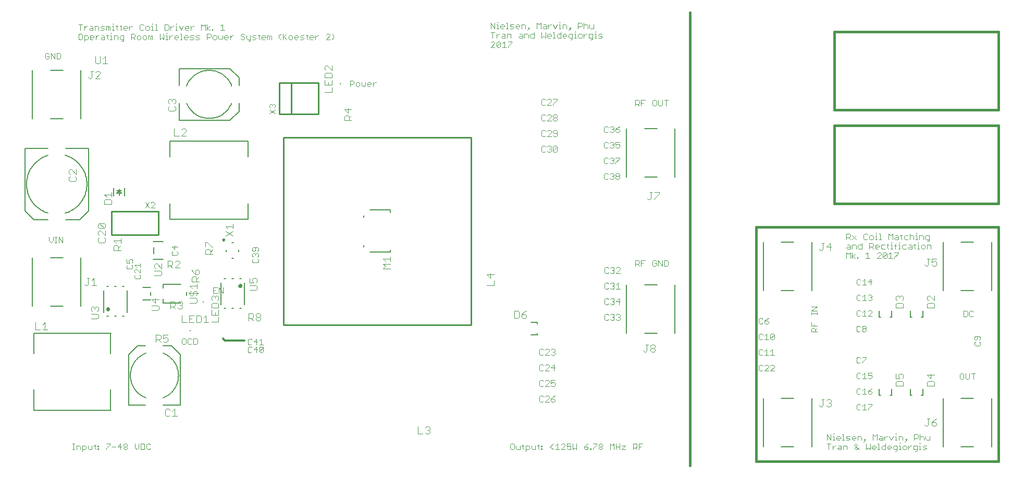
<source format=gto>
G75*
%MOIN*%
%OFA0B0*%
%FSLAX24Y24*%
%IPPOS*%
%LPD*%
%AMOC8*
5,1,8,0,0,1.08239X$1,22.5*
%
%ADD10C,0.0160*%
%ADD11C,0.0030*%
%ADD12C,0.0100*%
%ADD13C,0.0120*%
%ADD14C,0.0080*%
%ADD15C,0.0040*%
%ADD16C,0.0050*%
%ADD17R,0.0079X0.0079*%
%ADD18C,0.0240*%
D10*
X043126Y000180D02*
X043126Y029180D01*
X052376Y027930D02*
X062876Y027930D01*
X062876Y022930D01*
X052376Y022930D01*
X052376Y027930D01*
X052376Y021930D02*
X062876Y021930D01*
X062876Y016930D01*
X052376Y016930D01*
X052376Y021930D01*
X047376Y015430D02*
X047376Y000430D01*
X062876Y000430D01*
X062876Y015430D01*
X047376Y015430D01*
D11*
X003764Y001195D02*
X003641Y001195D01*
X003702Y001195D02*
X003702Y001565D01*
X003641Y001565D02*
X003764Y001565D01*
X003886Y001442D02*
X004071Y001442D01*
X004133Y001380D01*
X004133Y001195D01*
X004254Y001195D02*
X004440Y001195D01*
X004501Y001257D01*
X004501Y001380D01*
X004440Y001442D01*
X004254Y001442D01*
X004254Y001072D01*
X003886Y001195D02*
X003886Y001442D01*
X004623Y001442D02*
X004623Y001257D01*
X004684Y001195D01*
X004870Y001195D01*
X004870Y001442D01*
X004991Y001442D02*
X005115Y001442D01*
X005053Y001504D02*
X005053Y001257D01*
X005115Y001195D01*
X005237Y001195D02*
X005237Y001257D01*
X005298Y001257D01*
X005298Y001195D01*
X005237Y001195D01*
X005237Y001380D02*
X005237Y001442D01*
X005298Y001442D01*
X005298Y001380D01*
X005237Y001380D01*
X005789Y001257D02*
X006036Y001504D01*
X006036Y001565D01*
X005789Y001565D01*
X005789Y001257D02*
X005789Y001195D01*
X006157Y001380D02*
X006404Y001380D01*
X006526Y001380D02*
X006773Y001380D01*
X006894Y001318D02*
X006956Y001380D01*
X007079Y001380D01*
X007141Y001318D01*
X007141Y001257D01*
X007079Y001195D01*
X006956Y001195D01*
X006894Y001257D01*
X006894Y001318D01*
X006956Y001380D02*
X006894Y001442D01*
X006894Y001504D01*
X006956Y001565D01*
X007079Y001565D01*
X007141Y001504D01*
X007141Y001442D01*
X007079Y001380D01*
X006711Y001195D02*
X006711Y001565D01*
X006526Y001380D01*
X007631Y001318D02*
X007631Y001565D01*
X007878Y001565D02*
X007878Y001318D01*
X007754Y001195D01*
X007631Y001318D01*
X007999Y001195D02*
X007999Y001565D01*
X008184Y001565D01*
X008246Y001504D01*
X008246Y001257D01*
X008184Y001195D01*
X007999Y001195D01*
X008367Y001257D02*
X008429Y001195D01*
X008552Y001195D01*
X008614Y001257D01*
X008614Y001504D02*
X008552Y001565D01*
X008429Y001565D01*
X008367Y001504D01*
X008367Y001257D01*
X014851Y007476D02*
X014912Y007414D01*
X015036Y007414D01*
X015097Y007476D01*
X015219Y007599D02*
X015466Y007599D01*
X015587Y007476D02*
X015834Y007723D01*
X015834Y007476D01*
X015772Y007414D01*
X015649Y007414D01*
X015587Y007476D01*
X015587Y007723D01*
X015649Y007784D01*
X015772Y007784D01*
X015834Y007723D01*
X015834Y007914D02*
X015587Y007914D01*
X015711Y007914D02*
X015711Y008284D01*
X015587Y008161D01*
X015466Y008099D02*
X015219Y008099D01*
X015404Y008284D01*
X015404Y007914D01*
X015404Y007784D02*
X015219Y007599D01*
X015097Y007723D02*
X015036Y007784D01*
X014912Y007784D01*
X014851Y007723D01*
X014851Y007476D01*
X014912Y007914D02*
X014851Y007976D01*
X014851Y008223D01*
X014912Y008284D01*
X015036Y008284D01*
X015097Y008223D01*
X015097Y007976D02*
X015036Y007914D01*
X014912Y007914D01*
X015404Y007784D02*
X015404Y007414D01*
X011624Y008007D02*
X011624Y008254D01*
X011562Y008315D01*
X011377Y008315D01*
X011377Y007945D01*
X011562Y007945D01*
X011624Y008007D01*
X011256Y008007D02*
X011194Y007945D01*
X011071Y007945D01*
X011009Y008007D01*
X011009Y008254D01*
X011071Y008315D01*
X011194Y008315D01*
X011256Y008254D01*
X010887Y008254D02*
X010826Y008315D01*
X010702Y008315D01*
X010641Y008254D01*
X010641Y008007D01*
X010702Y007945D01*
X010826Y007945D01*
X010887Y008007D01*
X010887Y008254D01*
X012641Y011195D02*
X012887Y011195D01*
X013009Y011195D02*
X013009Y011565D01*
X013256Y011195D01*
X013256Y011565D01*
X012887Y011565D02*
X012641Y011565D01*
X012641Y011195D01*
X012641Y011380D02*
X012764Y011380D01*
X015146Y013217D02*
X015208Y013155D01*
X015455Y013155D01*
X015516Y013217D01*
X015516Y013340D01*
X015455Y013402D01*
X015455Y013523D02*
X015516Y013585D01*
X015516Y013708D01*
X015455Y013770D01*
X015393Y013770D01*
X015331Y013708D01*
X015331Y013647D01*
X015331Y013708D02*
X015270Y013770D01*
X015208Y013770D01*
X015146Y013708D01*
X015146Y013585D01*
X015208Y013523D01*
X015208Y013402D02*
X015146Y013340D01*
X015146Y013217D01*
X015208Y013892D02*
X015270Y013892D01*
X015331Y013953D01*
X015331Y014139D01*
X015208Y014139D02*
X015146Y014077D01*
X015146Y013953D01*
X015208Y013892D01*
X015208Y014139D02*
X015455Y014139D01*
X015516Y014077D01*
X015516Y013953D01*
X015455Y013892D01*
X010355Y013815D02*
X010293Y013877D01*
X010355Y013815D02*
X010355Y013692D01*
X010293Y013630D01*
X010046Y013630D01*
X009984Y013692D01*
X009984Y013815D01*
X010046Y013877D01*
X010170Y013998D02*
X010170Y014245D01*
X010355Y014184D02*
X009984Y014184D01*
X010170Y013998D01*
X007980Y013114D02*
X007980Y012867D01*
X007980Y012745D02*
X007980Y012498D01*
X007733Y012745D01*
X007671Y012745D01*
X007609Y012684D01*
X007609Y012560D01*
X007671Y012498D01*
X007671Y012377D02*
X007609Y012315D01*
X007609Y012192D01*
X007671Y012130D01*
X007918Y012130D01*
X007980Y012192D01*
X007980Y012315D01*
X007918Y012377D01*
X007480Y012817D02*
X007480Y012940D01*
X007418Y013002D01*
X007418Y013123D02*
X007480Y013185D01*
X007480Y013309D01*
X007418Y013370D01*
X007295Y013370D01*
X007233Y013309D01*
X007233Y013247D01*
X007295Y013123D01*
X007109Y013123D01*
X007109Y013370D01*
X007171Y013002D02*
X007109Y012940D01*
X007109Y012817D01*
X007171Y012755D01*
X007418Y012755D01*
X007480Y012817D01*
X007609Y012990D02*
X007980Y012990D01*
X007733Y012867D02*
X007609Y012990D01*
X003001Y014445D02*
X003001Y014815D01*
X002754Y014815D02*
X002754Y014445D01*
X002632Y014445D02*
X002509Y014445D01*
X002571Y014445D02*
X002571Y014815D01*
X002632Y014815D02*
X002509Y014815D01*
X002387Y014815D02*
X002387Y014568D01*
X002264Y014445D01*
X002141Y014568D01*
X002141Y014815D01*
X002754Y014815D02*
X003001Y014445D01*
X021391Y024445D02*
X021391Y024815D01*
X021576Y024815D01*
X021637Y024754D01*
X021637Y024630D01*
X021576Y024568D01*
X021391Y024568D01*
X021759Y024630D02*
X021759Y024507D01*
X021821Y024445D01*
X021944Y024445D01*
X022006Y024507D01*
X022006Y024630D01*
X021944Y024692D01*
X021821Y024692D01*
X021759Y024630D01*
X022127Y024692D02*
X022127Y024507D01*
X022189Y024445D01*
X022251Y024507D01*
X022312Y024445D01*
X022374Y024507D01*
X022374Y024692D01*
X022496Y024630D02*
X022557Y024692D01*
X022681Y024692D01*
X022742Y024630D01*
X022742Y024568D01*
X022496Y024568D01*
X022496Y024507D02*
X022496Y024630D01*
X022496Y024507D02*
X022557Y024445D01*
X022681Y024445D01*
X022864Y024445D02*
X022864Y024692D01*
X022987Y024692D02*
X023049Y024692D01*
X022987Y024692D02*
X022864Y024568D01*
X020221Y027445D02*
X020345Y027568D01*
X020345Y027692D01*
X020221Y027815D01*
X020100Y027754D02*
X020038Y027815D01*
X019915Y027815D01*
X019853Y027754D01*
X020100Y027754D02*
X020100Y027692D01*
X019853Y027445D01*
X020100Y027445D01*
X019363Y027692D02*
X019301Y027692D01*
X019178Y027568D01*
X019056Y027568D02*
X018810Y027568D01*
X018810Y027507D02*
X018810Y027630D01*
X018871Y027692D01*
X018995Y027692D01*
X019056Y027630D01*
X019056Y027568D01*
X018995Y027445D02*
X018871Y027445D01*
X018810Y027507D01*
X018687Y027445D02*
X018626Y027507D01*
X018626Y027754D01*
X018687Y027692D02*
X018564Y027692D01*
X018443Y027692D02*
X018257Y027692D01*
X018196Y027630D01*
X018257Y027568D01*
X018381Y027568D01*
X018443Y027507D01*
X018381Y027445D01*
X018196Y027445D01*
X018074Y027568D02*
X017827Y027568D01*
X017827Y027507D02*
X017827Y027630D01*
X017889Y027692D01*
X018013Y027692D01*
X018074Y027630D01*
X018074Y027568D01*
X018013Y027445D02*
X017889Y027445D01*
X017827Y027507D01*
X017706Y027507D02*
X017644Y027445D01*
X017521Y027445D01*
X017459Y027507D01*
X017459Y027630D01*
X017521Y027692D01*
X017644Y027692D01*
X017706Y027630D01*
X017706Y027507D01*
X017338Y027445D02*
X017152Y027630D01*
X017091Y027568D02*
X017338Y027815D01*
X017091Y027815D02*
X017091Y027445D01*
X016969Y027445D02*
X016845Y027568D01*
X016845Y027692D01*
X016969Y027815D01*
X016355Y027630D02*
X016355Y027445D01*
X016232Y027445D02*
X016232Y027630D01*
X016294Y027692D01*
X016355Y027630D01*
X016232Y027630D02*
X016170Y027692D01*
X016109Y027692D01*
X016109Y027445D01*
X015987Y027568D02*
X015740Y027568D01*
X015740Y027507D02*
X015740Y027630D01*
X015802Y027692D01*
X015925Y027692D01*
X015987Y027630D01*
X015987Y027568D01*
X015925Y027445D02*
X015802Y027445D01*
X015740Y027507D01*
X015618Y027445D02*
X015556Y027507D01*
X015556Y027754D01*
X015495Y027692D02*
X015618Y027692D01*
X015373Y027692D02*
X015188Y027692D01*
X015126Y027630D01*
X015188Y027568D01*
X015312Y027568D01*
X015373Y027507D01*
X015312Y027445D01*
X015126Y027445D01*
X015005Y027445D02*
X014820Y027445D01*
X014758Y027507D01*
X014758Y027692D01*
X014637Y027754D02*
X014575Y027815D01*
X014451Y027815D01*
X014390Y027754D01*
X014390Y027692D01*
X014451Y027630D01*
X014575Y027630D01*
X014637Y027568D01*
X014637Y027507D01*
X014575Y027445D01*
X014451Y027445D01*
X014390Y027507D01*
X013900Y027692D02*
X013838Y027692D01*
X013715Y027568D01*
X013593Y027568D02*
X013346Y027568D01*
X013346Y027507D02*
X013346Y027630D01*
X013408Y027692D01*
X013531Y027692D01*
X013593Y027630D01*
X013593Y027568D01*
X013531Y027445D02*
X013408Y027445D01*
X013346Y027507D01*
X013225Y027507D02*
X013225Y027692D01*
X013225Y027507D02*
X013163Y027445D01*
X013101Y027507D01*
X013040Y027445D01*
X012978Y027507D01*
X012978Y027692D01*
X012856Y027630D02*
X012795Y027692D01*
X012671Y027692D01*
X012610Y027630D01*
X012610Y027507D01*
X012671Y027445D01*
X012795Y027445D01*
X012856Y027507D01*
X012856Y027630D01*
X012488Y027630D02*
X012426Y027568D01*
X012241Y027568D01*
X012241Y027445D02*
X012241Y027815D01*
X012426Y027815D01*
X012488Y027754D01*
X012488Y027630D01*
X012548Y028045D02*
X012610Y028045D01*
X012610Y028107D01*
X012548Y028107D01*
X012548Y028045D01*
X012426Y028045D02*
X012241Y028168D01*
X012426Y028292D01*
X012241Y028415D02*
X012241Y028045D01*
X012120Y028045D02*
X012120Y028415D01*
X011996Y028292D01*
X011873Y028415D01*
X011873Y028045D01*
X011752Y027692D02*
X011566Y027692D01*
X011505Y027630D01*
X011566Y027568D01*
X011690Y027568D01*
X011752Y027507D01*
X011690Y027445D01*
X011505Y027445D01*
X011383Y027507D02*
X011321Y027568D01*
X011198Y027568D01*
X011136Y027630D01*
X011198Y027692D01*
X011383Y027692D01*
X011383Y027507D02*
X011321Y027445D01*
X011136Y027445D01*
X011015Y027568D02*
X010768Y027568D01*
X010768Y027507D02*
X010768Y027630D01*
X010830Y027692D01*
X010953Y027692D01*
X011015Y027630D01*
X011015Y027568D01*
X010953Y027445D02*
X010830Y027445D01*
X010768Y027507D01*
X010646Y027445D02*
X010522Y027445D01*
X010584Y027445D02*
X010584Y027815D01*
X010522Y027815D01*
X010339Y027692D02*
X010401Y027630D01*
X010401Y027568D01*
X010154Y027568D01*
X010154Y027507D02*
X010154Y027630D01*
X010216Y027692D01*
X010339Y027692D01*
X010339Y027445D02*
X010216Y027445D01*
X010154Y027507D01*
X010032Y027692D02*
X009971Y027692D01*
X009847Y027568D01*
X009847Y027445D02*
X009847Y027692D01*
X009663Y027692D02*
X009663Y027445D01*
X009602Y027445D02*
X009725Y027445D01*
X009480Y027445D02*
X009480Y027815D01*
X009602Y027692D02*
X009663Y027692D01*
X009663Y027815D02*
X009663Y027877D01*
X009725Y028045D02*
X009787Y028107D01*
X009787Y028354D01*
X009725Y028415D01*
X009540Y028415D01*
X009540Y028045D01*
X009725Y028045D01*
X009909Y028045D02*
X009909Y028292D01*
X010032Y028292D02*
X009909Y028168D01*
X010032Y028292D02*
X010094Y028292D01*
X010216Y028292D02*
X010277Y028292D01*
X010277Y028045D01*
X010216Y028045D02*
X010339Y028045D01*
X010585Y028045D02*
X010708Y028292D01*
X010829Y028230D02*
X010891Y028292D01*
X011015Y028292D01*
X011076Y028230D01*
X011076Y028168D01*
X010829Y028168D01*
X010829Y028107D02*
X010829Y028230D01*
X010829Y028107D02*
X010891Y028045D01*
X011015Y028045D01*
X011198Y028045D02*
X011198Y028292D01*
X011321Y028292D02*
X011383Y028292D01*
X011321Y028292D02*
X011198Y028168D01*
X010585Y028045D02*
X010461Y028292D01*
X010277Y028415D02*
X010277Y028477D01*
X009233Y027815D02*
X009233Y027445D01*
X009357Y027568D01*
X009480Y027445D01*
X008744Y027445D02*
X008744Y027630D01*
X008682Y027692D01*
X008620Y027630D01*
X008620Y027445D01*
X008497Y027445D02*
X008497Y027692D01*
X008558Y027692D01*
X008620Y027630D01*
X008375Y027630D02*
X008314Y027692D01*
X008190Y027692D01*
X008128Y027630D01*
X008128Y027507D01*
X008190Y027445D01*
X008314Y027445D01*
X008375Y027507D01*
X008375Y027630D01*
X008007Y027630D02*
X007945Y027692D01*
X007822Y027692D01*
X007760Y027630D01*
X007760Y027507D01*
X007822Y027445D01*
X007945Y027445D01*
X008007Y027507D01*
X008007Y027630D01*
X007639Y027630D02*
X007577Y027568D01*
X007392Y027568D01*
X007392Y027445D02*
X007392Y027815D01*
X007577Y027815D01*
X007639Y027754D01*
X007639Y027630D01*
X007515Y027568D02*
X007639Y027445D01*
X006902Y027445D02*
X006717Y027445D01*
X006655Y027507D01*
X006655Y027630D01*
X006717Y027692D01*
X006902Y027692D01*
X006902Y027383D01*
X006840Y027322D01*
X006779Y027322D01*
X006534Y027445D02*
X006534Y027630D01*
X006472Y027692D01*
X006287Y027692D01*
X006287Y027445D01*
X006165Y027445D02*
X006041Y027445D01*
X006103Y027445D02*
X006103Y027692D01*
X006041Y027692D01*
X005919Y027692D02*
X005796Y027692D01*
X005857Y027754D02*
X005857Y027507D01*
X005919Y027445D01*
X005674Y027445D02*
X005674Y027630D01*
X005613Y027692D01*
X005489Y027692D01*
X005489Y027568D02*
X005674Y027568D01*
X005674Y027445D02*
X005489Y027445D01*
X005427Y027507D01*
X005489Y027568D01*
X005306Y027692D02*
X005244Y027692D01*
X005121Y027568D01*
X004999Y027568D02*
X004752Y027568D01*
X004752Y027507D02*
X004752Y027630D01*
X004814Y027692D01*
X004937Y027692D01*
X004999Y027630D01*
X004999Y027568D01*
X004937Y027445D02*
X004814Y027445D01*
X004752Y027507D01*
X004631Y027507D02*
X004569Y027445D01*
X004384Y027445D01*
X004384Y027322D02*
X004384Y027692D01*
X004569Y027692D01*
X004631Y027630D01*
X004631Y027507D01*
X004262Y027507D02*
X004262Y027754D01*
X004201Y027815D01*
X004077Y027815D01*
X004016Y027754D01*
X004016Y027507D01*
X004077Y027445D01*
X004201Y027445D01*
X004262Y027507D01*
X004384Y028045D02*
X004384Y028292D01*
X004507Y028292D02*
X004569Y028292D01*
X004507Y028292D02*
X004384Y028168D01*
X004139Y028045D02*
X004139Y028415D01*
X004016Y028415D02*
X004262Y028415D01*
X004753Y028292D02*
X004876Y028292D01*
X004938Y028230D01*
X004938Y028045D01*
X004753Y028045D01*
X004691Y028107D01*
X004753Y028168D01*
X004938Y028168D01*
X005059Y028045D02*
X005059Y028292D01*
X005244Y028292D01*
X005306Y028230D01*
X005306Y028045D01*
X005427Y028045D02*
X005613Y028045D01*
X005674Y028107D01*
X005613Y028168D01*
X005489Y028168D01*
X005427Y028230D01*
X005489Y028292D01*
X005674Y028292D01*
X005796Y028292D02*
X005796Y028045D01*
X005919Y028045D02*
X005919Y028230D01*
X005981Y028292D01*
X006043Y028230D01*
X006043Y028045D01*
X006164Y028045D02*
X006288Y028045D01*
X006226Y028045D02*
X006226Y028292D01*
X006164Y028292D01*
X006226Y028415D02*
X006226Y028477D01*
X006410Y028292D02*
X006533Y028292D01*
X006471Y028354D02*
X006471Y028107D01*
X006533Y028045D01*
X006717Y028107D02*
X006779Y028045D01*
X006717Y028107D02*
X006717Y028354D01*
X006655Y028292D02*
X006779Y028292D01*
X006901Y028230D02*
X006962Y028292D01*
X007086Y028292D01*
X007148Y028230D01*
X007148Y028168D01*
X006901Y028168D01*
X006901Y028107D02*
X006901Y028230D01*
X006901Y028107D02*
X006962Y028045D01*
X007086Y028045D01*
X007269Y028045D02*
X007269Y028292D01*
X007392Y028292D02*
X007454Y028292D01*
X007392Y028292D02*
X007269Y028168D01*
X007944Y028107D02*
X007944Y028354D01*
X008006Y028415D01*
X008129Y028415D01*
X008191Y028354D01*
X008313Y028230D02*
X008313Y028107D01*
X008374Y028045D01*
X008498Y028045D01*
X008559Y028107D01*
X008559Y028230D01*
X008498Y028292D01*
X008374Y028292D01*
X008313Y028230D01*
X008191Y028107D02*
X008129Y028045D01*
X008006Y028045D01*
X007944Y028107D01*
X008681Y028045D02*
X008804Y028045D01*
X008743Y028045D02*
X008743Y028292D01*
X008681Y028292D01*
X008743Y028415D02*
X008743Y028477D01*
X008926Y028415D02*
X008988Y028415D01*
X008988Y028045D01*
X008926Y028045D02*
X009050Y028045D01*
X006103Y027877D02*
X006103Y027815D01*
X005121Y027692D02*
X005121Y027445D01*
X005796Y028292D02*
X005857Y028292D01*
X005919Y028230D01*
X002874Y026504D02*
X002812Y026565D01*
X002627Y026565D01*
X002627Y026195D01*
X002812Y026195D01*
X002874Y026257D01*
X002874Y026504D01*
X002506Y026565D02*
X002506Y026195D01*
X002259Y026565D01*
X002259Y026195D01*
X002137Y026257D02*
X002137Y026380D01*
X002014Y026380D01*
X001891Y026257D02*
X001952Y026195D01*
X002076Y026195D01*
X002137Y026257D01*
X001891Y026257D02*
X001891Y026504D01*
X001952Y026565D01*
X002076Y026565D01*
X002137Y026504D01*
X013101Y028045D02*
X013348Y028045D01*
X013224Y028045D02*
X013224Y028415D01*
X013101Y028292D01*
X013715Y027692D02*
X013715Y027445D01*
X014882Y027322D02*
X014943Y027322D01*
X015005Y027383D01*
X015005Y027692D01*
X019178Y027692D02*
X019178Y027445D01*
X030391Y027254D02*
X030452Y027315D01*
X030576Y027315D01*
X030637Y027254D01*
X030637Y027192D01*
X030391Y026945D01*
X030637Y026945D01*
X030759Y027007D02*
X031006Y027254D01*
X031006Y027007D01*
X030944Y026945D01*
X030821Y026945D01*
X030759Y027007D01*
X030759Y027254D01*
X030821Y027315D01*
X030944Y027315D01*
X031006Y027254D01*
X031127Y027192D02*
X031251Y027315D01*
X031251Y026945D01*
X031374Y026945D02*
X031127Y026945D01*
X031496Y026945D02*
X031496Y027007D01*
X031742Y027254D01*
X031742Y027315D01*
X031496Y027315D01*
X031434Y027545D02*
X031434Y027792D01*
X031619Y027792D01*
X031681Y027730D01*
X031681Y027545D01*
X031313Y027545D02*
X031128Y027545D01*
X031066Y027607D01*
X031128Y027668D01*
X031313Y027668D01*
X031313Y027730D02*
X031313Y027545D01*
X031313Y027730D02*
X031251Y027792D01*
X031128Y027792D01*
X030944Y027792D02*
X030882Y027792D01*
X030759Y027668D01*
X030759Y027545D02*
X030759Y027792D01*
X030637Y027915D02*
X030391Y027915D01*
X030514Y027915D02*
X030514Y027545D01*
X030391Y028145D02*
X030391Y028515D01*
X030637Y028145D01*
X030637Y028515D01*
X030759Y028392D02*
X030821Y028392D01*
X030821Y028145D01*
X030882Y028145D02*
X030759Y028145D01*
X031004Y028207D02*
X031004Y028330D01*
X031066Y028392D01*
X031190Y028392D01*
X031251Y028330D01*
X031251Y028268D01*
X031004Y028268D01*
X031004Y028207D02*
X031066Y028145D01*
X031190Y028145D01*
X031373Y028145D02*
X031496Y028145D01*
X031434Y028145D02*
X031434Y028515D01*
X031373Y028515D01*
X031618Y028330D02*
X031680Y028392D01*
X031865Y028392D01*
X031987Y028330D02*
X031987Y028207D01*
X032048Y028145D01*
X032172Y028145D01*
X032233Y028268D02*
X031987Y028268D01*
X031987Y028330D02*
X032048Y028392D01*
X032172Y028392D01*
X032233Y028330D01*
X032233Y028268D01*
X032355Y028145D02*
X032355Y028392D01*
X032540Y028392D01*
X032602Y028330D01*
X032602Y028145D01*
X032723Y028022D02*
X032847Y028145D01*
X032785Y028145D01*
X032785Y028207D01*
X032847Y028207D01*
X032847Y028145D01*
X032969Y027792D02*
X033154Y027792D01*
X033154Y027915D02*
X033154Y027545D01*
X032969Y027545D01*
X032907Y027607D01*
X032907Y027730D01*
X032969Y027792D01*
X032786Y027730D02*
X032786Y027545D01*
X032786Y027730D02*
X032724Y027792D01*
X032539Y027792D01*
X032539Y027545D01*
X032418Y027545D02*
X032232Y027545D01*
X032171Y027607D01*
X032232Y027668D01*
X032418Y027668D01*
X032418Y027730D02*
X032418Y027545D01*
X032418Y027730D02*
X032356Y027792D01*
X032232Y027792D01*
X031865Y028207D02*
X031803Y028268D01*
X031680Y028268D01*
X031618Y028330D01*
X031618Y028145D02*
X031803Y028145D01*
X031865Y028207D01*
X030821Y028515D02*
X030821Y028577D01*
X033337Y028515D02*
X033337Y028145D01*
X033584Y028145D02*
X033584Y028515D01*
X033461Y028392D01*
X033337Y028515D01*
X033767Y028392D02*
X033891Y028392D01*
X033952Y028330D01*
X033952Y028145D01*
X033767Y028145D01*
X033705Y028207D01*
X033767Y028268D01*
X033952Y028268D01*
X034074Y028268D02*
X034197Y028392D01*
X034259Y028392D01*
X034381Y028392D02*
X034504Y028145D01*
X034628Y028392D01*
X034749Y028392D02*
X034811Y028392D01*
X034811Y028145D01*
X034872Y028145D02*
X034749Y028145D01*
X034995Y028145D02*
X034995Y028392D01*
X035180Y028392D01*
X035241Y028330D01*
X035241Y028145D01*
X035363Y028022D02*
X035486Y028145D01*
X035425Y028145D01*
X035425Y028207D01*
X035486Y028207D01*
X035486Y028145D01*
X035793Y027977D02*
X035793Y027915D01*
X035793Y027792D02*
X035793Y027545D01*
X035731Y027545D02*
X035855Y027545D01*
X035977Y027607D02*
X036038Y027545D01*
X036162Y027545D01*
X036224Y027607D01*
X036224Y027730D01*
X036162Y027792D01*
X036038Y027792D01*
X035977Y027730D01*
X035977Y027607D01*
X035793Y027792D02*
X035731Y027792D01*
X035610Y027792D02*
X035425Y027792D01*
X035363Y027730D01*
X035363Y027607D01*
X035425Y027545D01*
X035610Y027545D01*
X035610Y027483D02*
X035610Y027792D01*
X035610Y027483D02*
X035548Y027422D01*
X035486Y027422D01*
X035180Y027545D02*
X035056Y027545D01*
X034995Y027607D01*
X034995Y027730D01*
X035056Y027792D01*
X035180Y027792D01*
X035241Y027730D01*
X035241Y027668D01*
X034995Y027668D01*
X034873Y027545D02*
X034688Y027545D01*
X034626Y027607D01*
X034626Y027730D01*
X034688Y027792D01*
X034873Y027792D01*
X034873Y027915D02*
X034873Y027545D01*
X034504Y027545D02*
X034381Y027545D01*
X034442Y027545D02*
X034442Y027915D01*
X034381Y027915D01*
X034198Y027792D02*
X034259Y027730D01*
X034259Y027668D01*
X034012Y027668D01*
X034012Y027607D02*
X034012Y027730D01*
X034074Y027792D01*
X034198Y027792D01*
X034198Y027545D02*
X034074Y027545D01*
X034012Y027607D01*
X033891Y027545D02*
X033891Y027915D01*
X033644Y027915D02*
X033644Y027545D01*
X033767Y027668D01*
X033891Y027545D01*
X034074Y028145D02*
X034074Y028392D01*
X034811Y028515D02*
X034811Y028577D01*
X035977Y028515D02*
X035977Y028145D01*
X035977Y028268D02*
X036162Y028268D01*
X036224Y028330D01*
X036224Y028454D01*
X036162Y028515D01*
X035977Y028515D01*
X036345Y028515D02*
X036345Y028145D01*
X036345Y028330D02*
X036407Y028392D01*
X036530Y028392D01*
X036592Y028330D01*
X036592Y028145D01*
X036713Y028207D02*
X036775Y028145D01*
X036960Y028145D01*
X036960Y028392D01*
X036713Y028392D02*
X036713Y028207D01*
X036714Y027792D02*
X036652Y027730D01*
X036652Y027607D01*
X036714Y027545D01*
X036899Y027545D01*
X036899Y027483D02*
X036899Y027792D01*
X036714Y027792D01*
X036530Y027792D02*
X036468Y027792D01*
X036345Y027668D01*
X036345Y027545D02*
X036345Y027792D01*
X036775Y027422D02*
X036837Y027422D01*
X036899Y027483D01*
X037020Y027545D02*
X037144Y027545D01*
X037082Y027545D02*
X037082Y027792D01*
X037020Y027792D01*
X037082Y027915D02*
X037082Y027977D01*
X037328Y027792D02*
X037513Y027792D01*
X037451Y027668D02*
X037328Y027668D01*
X037266Y027730D01*
X037328Y027792D01*
X037451Y027668D02*
X037513Y027607D01*
X037451Y027545D01*
X037266Y027545D01*
X039641Y023565D02*
X039826Y023565D01*
X039887Y023504D01*
X039887Y023380D01*
X039826Y023318D01*
X039641Y023318D01*
X039641Y023195D02*
X039641Y023565D01*
X039764Y023318D02*
X039887Y023195D01*
X040009Y023195D02*
X040009Y023565D01*
X040256Y023565D01*
X040132Y023380D02*
X040009Y023380D01*
X040746Y023504D02*
X040746Y023257D01*
X040807Y023195D01*
X040931Y023195D01*
X040992Y023257D01*
X040992Y023504D01*
X040931Y023565D01*
X040807Y023565D01*
X040746Y023504D01*
X041114Y023565D02*
X041114Y023257D01*
X041176Y023195D01*
X041299Y023195D01*
X041361Y023257D01*
X041361Y023565D01*
X041482Y023565D02*
X041729Y023565D01*
X041606Y023565D02*
X041606Y023195D01*
X038619Y021873D02*
X038496Y021812D01*
X038372Y021688D01*
X038557Y021688D01*
X038619Y021627D01*
X038619Y021565D01*
X038557Y021503D01*
X038434Y021503D01*
X038372Y021565D01*
X038372Y021688D01*
X038251Y021627D02*
X038251Y021565D01*
X038189Y021503D01*
X038066Y021503D01*
X038004Y021565D01*
X037883Y021565D02*
X037821Y021503D01*
X037697Y021503D01*
X037636Y021565D01*
X037636Y021812D01*
X037697Y021873D01*
X037821Y021873D01*
X037883Y021812D01*
X038004Y021812D02*
X038066Y021873D01*
X038189Y021873D01*
X038251Y021812D01*
X038251Y021750D01*
X038189Y021688D01*
X038251Y021627D01*
X038189Y021688D02*
X038127Y021688D01*
X038066Y020873D02*
X038189Y020873D01*
X038251Y020812D01*
X038251Y020750D01*
X038189Y020688D01*
X038251Y020627D01*
X038251Y020565D01*
X038189Y020503D01*
X038066Y020503D01*
X038004Y020565D01*
X037883Y020565D02*
X037821Y020503D01*
X037697Y020503D01*
X037636Y020565D01*
X037636Y020812D01*
X037697Y020873D01*
X037821Y020873D01*
X037883Y020812D01*
X038004Y020812D02*
X038066Y020873D01*
X038127Y020688D02*
X038189Y020688D01*
X038372Y020688D02*
X038496Y020750D01*
X038557Y020750D01*
X038619Y020688D01*
X038619Y020565D01*
X038557Y020503D01*
X038434Y020503D01*
X038372Y020565D01*
X038372Y020688D02*
X038372Y020873D01*
X038619Y020873D01*
X038619Y019873D02*
X038619Y019812D01*
X038372Y019565D01*
X038372Y019503D01*
X038251Y019565D02*
X038189Y019503D01*
X038066Y019503D01*
X038004Y019565D01*
X037883Y019565D02*
X037821Y019503D01*
X037697Y019503D01*
X037636Y019565D01*
X037636Y019812D01*
X037697Y019873D01*
X037821Y019873D01*
X037883Y019812D01*
X038004Y019812D02*
X038066Y019873D01*
X038189Y019873D01*
X038251Y019812D01*
X038251Y019750D01*
X038189Y019688D01*
X038251Y019627D01*
X038251Y019565D01*
X038189Y019688D02*
X038127Y019688D01*
X038372Y019873D02*
X038619Y019873D01*
X038557Y018873D02*
X038619Y018812D01*
X038619Y018750D01*
X038557Y018688D01*
X038434Y018688D01*
X038372Y018750D01*
X038372Y018812D01*
X038434Y018873D01*
X038557Y018873D01*
X038557Y018688D02*
X038619Y018627D01*
X038619Y018565D01*
X038557Y018503D01*
X038434Y018503D01*
X038372Y018565D01*
X038372Y018627D01*
X038434Y018688D01*
X038251Y018627D02*
X038251Y018565D01*
X038189Y018503D01*
X038066Y018503D01*
X038004Y018565D01*
X037883Y018565D02*
X037821Y018503D01*
X037697Y018503D01*
X037636Y018565D01*
X037636Y018812D01*
X037697Y018873D01*
X037821Y018873D01*
X037883Y018812D01*
X038004Y018812D02*
X038066Y018873D01*
X038189Y018873D01*
X038251Y018812D01*
X038251Y018750D01*
X038189Y018688D01*
X038251Y018627D01*
X038189Y018688D02*
X038127Y018688D01*
X034619Y020315D02*
X034557Y020253D01*
X034434Y020253D01*
X034372Y020315D01*
X034619Y020562D01*
X034619Y020315D01*
X034619Y020562D02*
X034557Y020623D01*
X034434Y020623D01*
X034372Y020562D01*
X034372Y020315D01*
X034251Y020315D02*
X034189Y020253D01*
X034066Y020253D01*
X034004Y020315D01*
X033883Y020315D02*
X033821Y020253D01*
X033697Y020253D01*
X033636Y020315D01*
X033636Y020562D01*
X033697Y020623D01*
X033821Y020623D01*
X033883Y020562D01*
X034004Y020562D02*
X034066Y020623D01*
X034189Y020623D01*
X034251Y020562D01*
X034251Y020500D01*
X034189Y020438D01*
X034251Y020377D01*
X034251Y020315D01*
X034189Y020438D02*
X034127Y020438D01*
X034004Y021253D02*
X034251Y021500D01*
X034251Y021562D01*
X034189Y021623D01*
X034066Y021623D01*
X034004Y021562D01*
X033883Y021562D02*
X033821Y021623D01*
X033697Y021623D01*
X033636Y021562D01*
X033636Y021315D01*
X033697Y021253D01*
X033821Y021253D01*
X033883Y021315D01*
X034004Y021253D02*
X034251Y021253D01*
X034372Y021315D02*
X034434Y021253D01*
X034557Y021253D01*
X034619Y021315D01*
X034619Y021562D01*
X034557Y021623D01*
X034434Y021623D01*
X034372Y021562D01*
X034372Y021500D01*
X034434Y021438D01*
X034619Y021438D01*
X034557Y022253D02*
X034434Y022253D01*
X034372Y022315D01*
X034372Y022377D01*
X034434Y022438D01*
X034557Y022438D01*
X034619Y022377D01*
X034619Y022315D01*
X034557Y022253D01*
X034557Y022438D02*
X034619Y022500D01*
X034619Y022562D01*
X034557Y022623D01*
X034434Y022623D01*
X034372Y022562D01*
X034372Y022500D01*
X034434Y022438D01*
X034251Y022500D02*
X034251Y022562D01*
X034189Y022623D01*
X034066Y022623D01*
X034004Y022562D01*
X033883Y022562D02*
X033821Y022623D01*
X033697Y022623D01*
X033636Y022562D01*
X033636Y022315D01*
X033697Y022253D01*
X033821Y022253D01*
X033883Y022315D01*
X034004Y022253D02*
X034251Y022500D01*
X034251Y022253D02*
X034004Y022253D01*
X034004Y023253D02*
X034251Y023500D01*
X034251Y023562D01*
X034189Y023623D01*
X034066Y023623D01*
X034004Y023562D01*
X033883Y023562D02*
X033821Y023623D01*
X033697Y023623D01*
X033636Y023562D01*
X033636Y023315D01*
X033697Y023253D01*
X033821Y023253D01*
X033883Y023315D01*
X034004Y023253D02*
X034251Y023253D01*
X034372Y023253D02*
X034372Y023315D01*
X034619Y023562D01*
X034619Y023623D01*
X034372Y023623D01*
X053141Y015015D02*
X053141Y014645D01*
X053141Y014768D02*
X053326Y014768D01*
X053387Y014830D01*
X053387Y014954D01*
X053326Y015015D01*
X053141Y015015D01*
X053264Y014768D02*
X053387Y014645D01*
X053509Y014645D02*
X053756Y014892D01*
X053509Y014892D02*
X053756Y014645D01*
X053694Y014292D02*
X053756Y014230D01*
X053756Y014045D01*
X053877Y014107D02*
X053877Y014230D01*
X053939Y014292D01*
X054124Y014292D01*
X054124Y014415D02*
X054124Y014045D01*
X053939Y014045D01*
X053877Y014107D01*
X053694Y014292D02*
X053509Y014292D01*
X053509Y014045D01*
X053387Y014045D02*
X053202Y014045D01*
X053141Y014107D01*
X053202Y014168D01*
X053387Y014168D01*
X053387Y014230D02*
X053387Y014045D01*
X053387Y014230D02*
X053326Y014292D01*
X053202Y014292D01*
X053141Y013815D02*
X053264Y013692D01*
X053387Y013815D01*
X053387Y013445D01*
X053509Y013445D02*
X053509Y013815D01*
X053694Y013692D02*
X053509Y013568D01*
X053694Y013445D01*
X053816Y013445D02*
X053878Y013445D01*
X053878Y013507D01*
X053816Y013507D01*
X053816Y013445D01*
X054368Y013445D02*
X054615Y013445D01*
X054492Y013445D02*
X054492Y013815D01*
X054368Y013692D01*
X054614Y014045D02*
X054614Y014415D01*
X054799Y014415D01*
X054861Y014354D01*
X054861Y014230D01*
X054799Y014168D01*
X054614Y014168D01*
X054737Y014168D02*
X054861Y014045D01*
X054982Y014107D02*
X054982Y014230D01*
X055044Y014292D01*
X055167Y014292D01*
X055229Y014230D01*
X055229Y014168D01*
X054982Y014168D01*
X054982Y014107D02*
X055044Y014045D01*
X055167Y014045D01*
X055350Y014107D02*
X055412Y014045D01*
X055597Y014045D01*
X055781Y014107D02*
X055842Y014045D01*
X055781Y014107D02*
X055781Y014354D01*
X055842Y014292D02*
X055719Y014292D01*
X055597Y014292D02*
X055412Y014292D01*
X055350Y014230D01*
X055350Y014107D01*
X055290Y013815D02*
X055167Y013815D01*
X055105Y013754D01*
X055290Y013815D02*
X055352Y013754D01*
X055352Y013692D01*
X055105Y013445D01*
X055352Y013445D01*
X055473Y013507D02*
X055720Y013754D01*
X055720Y013507D01*
X055658Y013445D01*
X055535Y013445D01*
X055473Y013507D01*
X055473Y013754D01*
X055535Y013815D01*
X055658Y013815D01*
X055720Y013754D01*
X055842Y013692D02*
X055965Y013815D01*
X055965Y013445D01*
X055842Y013445D02*
X056088Y013445D01*
X056210Y013445D02*
X056210Y013507D01*
X056457Y013754D01*
X056457Y013815D01*
X056210Y013815D01*
X056272Y014045D02*
X056272Y014354D01*
X056333Y014415D01*
X056455Y014292D02*
X056517Y014292D01*
X056517Y014045D01*
X056455Y014045D02*
X056579Y014045D01*
X056701Y014107D02*
X056763Y014045D01*
X056948Y014045D01*
X057069Y014107D02*
X057131Y014168D01*
X057316Y014168D01*
X057316Y014230D02*
X057316Y014045D01*
X057131Y014045D01*
X057069Y014107D01*
X057131Y014292D02*
X057254Y014292D01*
X057316Y014230D01*
X057438Y014292D02*
X057561Y014292D01*
X057499Y014354D02*
X057499Y014107D01*
X057561Y014045D01*
X057683Y014045D02*
X057807Y014045D01*
X057745Y014045D02*
X057745Y014292D01*
X057683Y014292D01*
X057745Y014415D02*
X057745Y014477D01*
X057806Y014645D02*
X057806Y014892D01*
X057991Y014892D01*
X058053Y014830D01*
X058053Y014645D01*
X058174Y014707D02*
X058236Y014645D01*
X058421Y014645D01*
X058421Y014583D02*
X058421Y014892D01*
X058236Y014892D01*
X058174Y014830D01*
X058174Y014707D01*
X058298Y014522D02*
X058359Y014522D01*
X058421Y014583D01*
X058482Y014292D02*
X058544Y014230D01*
X058544Y014045D01*
X058297Y014045D02*
X058297Y014292D01*
X058482Y014292D01*
X058176Y014230D02*
X058114Y014292D01*
X057990Y014292D01*
X057929Y014230D01*
X057929Y014107D01*
X057990Y014045D01*
X058114Y014045D01*
X058176Y014107D01*
X058176Y014230D01*
X057684Y014645D02*
X057560Y014645D01*
X057622Y014645D02*
X057622Y014892D01*
X057560Y014892D01*
X057439Y014830D02*
X057439Y014645D01*
X057439Y014830D02*
X057377Y014892D01*
X057254Y014892D01*
X057192Y014830D01*
X057071Y014892D02*
X056885Y014892D01*
X056824Y014830D01*
X056824Y014707D01*
X056885Y014645D01*
X057071Y014645D01*
X057192Y014645D02*
X057192Y015015D01*
X057622Y015015D02*
X057622Y015077D01*
X056702Y014892D02*
X056578Y014892D01*
X056640Y014954D02*
X056640Y014707D01*
X056702Y014645D01*
X056457Y014645D02*
X056272Y014645D01*
X056210Y014707D01*
X056272Y014768D01*
X056457Y014768D01*
X056457Y014830D02*
X056457Y014645D01*
X056517Y014477D02*
X056517Y014415D01*
X056333Y014230D02*
X056210Y014230D01*
X056026Y014292D02*
X056026Y014045D01*
X055964Y014045D02*
X056088Y014045D01*
X056026Y014292D02*
X055964Y014292D01*
X056026Y014415D02*
X056026Y014477D01*
X056088Y014645D02*
X056088Y015015D01*
X055965Y014892D01*
X055842Y015015D01*
X055842Y014645D01*
X055351Y014645D02*
X055228Y014645D01*
X055289Y014645D02*
X055289Y015015D01*
X055228Y015015D01*
X055044Y015015D02*
X055044Y015077D01*
X055044Y014892D02*
X055044Y014645D01*
X054982Y014645D02*
X055106Y014645D01*
X054861Y014707D02*
X054799Y014645D01*
X054676Y014645D01*
X054614Y014707D01*
X054614Y014830D01*
X054676Y014892D01*
X054799Y014892D01*
X054861Y014830D01*
X054861Y014707D01*
X054982Y014892D02*
X055044Y014892D01*
X054492Y014954D02*
X054431Y015015D01*
X054307Y015015D01*
X054246Y014954D01*
X054246Y014707D01*
X054307Y014645D01*
X054431Y014645D01*
X054492Y014707D01*
X053141Y013815D02*
X053141Y013445D01*
X053852Y012107D02*
X053791Y012046D01*
X053791Y011799D01*
X053852Y011737D01*
X053976Y011737D01*
X054037Y011799D01*
X054159Y011737D02*
X054406Y011737D01*
X054282Y011737D02*
X054282Y012107D01*
X054159Y011984D01*
X054037Y012046D02*
X053976Y012107D01*
X053852Y012107D01*
X054527Y011922D02*
X054774Y011922D01*
X054712Y011737D02*
X054712Y012107D01*
X054527Y011922D01*
X054589Y011107D02*
X054712Y011107D01*
X054774Y011046D01*
X054774Y010984D01*
X054712Y010922D01*
X054774Y010860D01*
X054774Y010799D01*
X054712Y010737D01*
X054589Y010737D01*
X054527Y010799D01*
X054406Y010737D02*
X054159Y010737D01*
X054282Y010737D02*
X054282Y011107D01*
X054159Y010984D01*
X054037Y011046D02*
X053976Y011107D01*
X053852Y011107D01*
X053791Y011046D01*
X053791Y010799D01*
X053852Y010737D01*
X053976Y010737D01*
X054037Y010799D01*
X054527Y011046D02*
X054589Y011107D01*
X054651Y010922D02*
X054712Y010922D01*
X054712Y010107D02*
X054589Y010107D01*
X054527Y010046D01*
X054712Y010107D02*
X054774Y010046D01*
X054774Y009984D01*
X054527Y009737D01*
X054774Y009737D01*
X054406Y009737D02*
X054159Y009737D01*
X054282Y009737D02*
X054282Y010107D01*
X054159Y009984D01*
X054037Y010046D02*
X053976Y010107D01*
X053852Y010107D01*
X053791Y010046D01*
X053791Y009799D01*
X053852Y009737D01*
X053976Y009737D01*
X054037Y009799D01*
X053969Y009107D02*
X053846Y009107D01*
X053784Y009046D01*
X053784Y008799D01*
X053846Y008737D01*
X053969Y008737D01*
X054031Y008799D01*
X054152Y008799D02*
X054152Y008860D01*
X054214Y008922D01*
X054337Y008922D01*
X054399Y008860D01*
X054399Y008799D01*
X054337Y008737D01*
X054214Y008737D01*
X054152Y008799D01*
X054214Y008922D02*
X054152Y008984D01*
X054152Y009046D01*
X054214Y009107D01*
X054337Y009107D01*
X054399Y009046D01*
X054399Y008984D01*
X054337Y008922D01*
X054031Y009046D02*
X053969Y009107D01*
X051261Y009095D02*
X050890Y009095D01*
X050890Y009341D01*
X051075Y009218D02*
X051075Y009095D01*
X051075Y008973D02*
X051137Y008911D01*
X051137Y008726D01*
X051261Y008726D02*
X050890Y008726D01*
X050890Y008911D01*
X050952Y008973D01*
X051075Y008973D01*
X051137Y008850D02*
X051261Y008973D01*
X051261Y009831D02*
X051261Y009955D01*
X051261Y009893D02*
X050890Y009893D01*
X050890Y009831D02*
X050890Y009955D01*
X050890Y010077D02*
X051261Y010324D01*
X050890Y010324D01*
X050890Y010077D02*
X051261Y010077D01*
X048524Y008546D02*
X048277Y008299D01*
X048339Y008237D01*
X048462Y008237D01*
X048524Y008299D01*
X048524Y008546D01*
X048462Y008607D01*
X048339Y008607D01*
X048277Y008546D01*
X048277Y008299D01*
X048156Y008237D02*
X047909Y008237D01*
X048032Y008237D02*
X048032Y008607D01*
X047909Y008484D01*
X047787Y008546D02*
X047726Y008607D01*
X047602Y008607D01*
X047541Y008546D01*
X047541Y008299D01*
X047602Y008237D01*
X047726Y008237D01*
X047787Y008299D01*
X047726Y007607D02*
X047602Y007607D01*
X047541Y007546D01*
X047541Y007299D01*
X047602Y007237D01*
X047726Y007237D01*
X047787Y007299D01*
X047909Y007237D02*
X048156Y007237D01*
X048277Y007237D02*
X048524Y007237D01*
X048401Y007237D02*
X048401Y007607D01*
X048277Y007484D01*
X048032Y007607D02*
X048032Y007237D01*
X047909Y007484D02*
X048032Y007607D01*
X047787Y007546D02*
X047726Y007607D01*
X047726Y006607D02*
X047602Y006607D01*
X047541Y006546D01*
X047541Y006299D01*
X047602Y006237D01*
X047726Y006237D01*
X047787Y006299D01*
X047909Y006237D02*
X048156Y006484D01*
X048156Y006546D01*
X048094Y006607D01*
X047971Y006607D01*
X047909Y006546D01*
X047787Y006546D02*
X047726Y006607D01*
X047909Y006237D02*
X048156Y006237D01*
X048277Y006237D02*
X048524Y006484D01*
X048524Y006546D01*
X048462Y006607D01*
X048339Y006607D01*
X048277Y006546D01*
X048277Y006237D02*
X048524Y006237D01*
X053791Y006046D02*
X053791Y005799D01*
X053852Y005737D01*
X053976Y005737D01*
X054037Y005799D01*
X054159Y005737D02*
X054406Y005737D01*
X054282Y005737D02*
X054282Y006107D01*
X054159Y005984D01*
X054037Y006046D02*
X053976Y006107D01*
X053852Y006107D01*
X053791Y006046D01*
X054527Y006107D02*
X054527Y005922D01*
X054651Y005984D01*
X054712Y005984D01*
X054774Y005922D01*
X054774Y005799D01*
X054712Y005737D01*
X054589Y005737D01*
X054527Y005799D01*
X054527Y006107D02*
X054774Y006107D01*
X054152Y006737D02*
X054152Y006799D01*
X054399Y007046D01*
X054399Y007107D01*
X054152Y007107D01*
X054031Y007046D02*
X053969Y007107D01*
X053846Y007107D01*
X053784Y007046D01*
X053784Y006799D01*
X053846Y006737D01*
X053969Y006737D01*
X054031Y006799D01*
X053976Y005107D02*
X053852Y005107D01*
X053791Y005046D01*
X053791Y004799D01*
X053852Y004737D01*
X053976Y004737D01*
X054037Y004799D01*
X054159Y004737D02*
X054406Y004737D01*
X054282Y004737D02*
X054282Y005107D01*
X054159Y004984D01*
X054037Y005046D02*
X053976Y005107D01*
X054527Y004922D02*
X054712Y004922D01*
X054774Y004860D01*
X054774Y004799D01*
X054712Y004737D01*
X054589Y004737D01*
X054527Y004799D01*
X054527Y004922D01*
X054651Y005046D01*
X054774Y005107D01*
X054774Y004107D02*
X054527Y004107D01*
X054282Y004107D02*
X054282Y003737D01*
X054159Y003737D02*
X054406Y003737D01*
X054527Y003737D02*
X054527Y003799D01*
X054774Y004046D01*
X054774Y004107D01*
X054282Y004107D02*
X054159Y003984D01*
X054037Y004046D02*
X053976Y004107D01*
X053852Y004107D01*
X053791Y004046D01*
X053791Y003799D01*
X053852Y003737D01*
X053976Y003737D01*
X054037Y003799D01*
X052321Y002227D02*
X052321Y002165D01*
X052321Y002042D02*
X052321Y001795D01*
X052382Y001795D02*
X052259Y001795D01*
X052137Y001795D02*
X052137Y002165D01*
X052259Y002042D02*
X052321Y002042D01*
X052504Y001980D02*
X052566Y002042D01*
X052690Y002042D01*
X052751Y001980D01*
X052751Y001918D01*
X052504Y001918D01*
X052504Y001857D02*
X052504Y001980D01*
X052504Y001857D02*
X052566Y001795D01*
X052690Y001795D01*
X052873Y001795D02*
X052996Y001795D01*
X052934Y001795D02*
X052934Y002165D01*
X052873Y002165D01*
X053118Y001980D02*
X053180Y002042D01*
X053365Y002042D01*
X053487Y001980D02*
X053548Y002042D01*
X053672Y002042D01*
X053733Y001980D01*
X053733Y001918D01*
X053487Y001918D01*
X053487Y001857D02*
X053487Y001980D01*
X053487Y001857D02*
X053548Y001795D01*
X053672Y001795D01*
X053855Y001795D02*
X053855Y002042D01*
X054040Y002042D01*
X054102Y001980D01*
X054102Y001795D01*
X054223Y001672D02*
X054347Y001795D01*
X054285Y001795D01*
X054285Y001857D01*
X054347Y001857D01*
X054347Y001795D01*
X054407Y001565D02*
X054407Y001195D01*
X054531Y001318D01*
X054654Y001195D01*
X054654Y001565D01*
X054837Y001442D02*
X054961Y001442D01*
X055023Y001380D01*
X055023Y001318D01*
X054776Y001318D01*
X054776Y001257D02*
X054776Y001380D01*
X054837Y001442D01*
X054776Y001257D02*
X054837Y001195D01*
X054961Y001195D01*
X055144Y001195D02*
X055267Y001195D01*
X055206Y001195D02*
X055206Y001565D01*
X055144Y001565D01*
X055084Y001795D02*
X055084Y002165D01*
X054961Y002042D01*
X054837Y002165D01*
X054837Y001795D01*
X055205Y001857D02*
X055267Y001795D01*
X055452Y001795D01*
X055452Y001980D01*
X055391Y002042D01*
X055267Y002042D01*
X055267Y001918D02*
X055452Y001918D01*
X055574Y001918D02*
X055697Y002042D01*
X055759Y002042D01*
X055881Y002042D02*
X056004Y001795D01*
X056128Y002042D01*
X056249Y002042D02*
X056311Y002042D01*
X056311Y001795D01*
X056372Y001795D02*
X056249Y001795D01*
X056495Y001795D02*
X056495Y002042D01*
X056680Y002042D01*
X056741Y001980D01*
X056741Y001795D01*
X056863Y001672D02*
X056986Y001795D01*
X056925Y001795D01*
X056925Y001857D01*
X056986Y001857D01*
X056986Y001795D01*
X056925Y001442D02*
X056802Y001442D01*
X056740Y001380D01*
X056740Y001257D01*
X056802Y001195D01*
X056925Y001195D01*
X056987Y001257D01*
X056987Y001380D01*
X056925Y001442D01*
X057108Y001442D02*
X057108Y001195D01*
X057108Y001318D02*
X057232Y001442D01*
X057294Y001442D01*
X057415Y001380D02*
X057415Y001257D01*
X057477Y001195D01*
X057662Y001195D01*
X057662Y001133D02*
X057662Y001442D01*
X057477Y001442D01*
X057415Y001380D01*
X057539Y001072D02*
X057600Y001072D01*
X057662Y001133D01*
X057784Y001195D02*
X057907Y001195D01*
X057845Y001195D02*
X057845Y001442D01*
X057784Y001442D01*
X057845Y001565D02*
X057845Y001627D01*
X057845Y001795D02*
X057845Y002165D01*
X057724Y002104D02*
X057724Y001980D01*
X057662Y001918D01*
X057477Y001918D01*
X057477Y001795D02*
X057477Y002165D01*
X057662Y002165D01*
X057724Y002104D01*
X057845Y001980D02*
X057907Y002042D01*
X058030Y002042D01*
X058092Y001980D01*
X058092Y001795D01*
X058213Y001857D02*
X058275Y001795D01*
X058460Y001795D01*
X058460Y002042D01*
X058213Y002042D02*
X058213Y001857D01*
X058276Y001442D02*
X058091Y001442D01*
X058029Y001380D01*
X058091Y001318D01*
X058214Y001318D01*
X058276Y001257D01*
X058214Y001195D01*
X058029Y001195D01*
X056618Y001195D02*
X056495Y001195D01*
X056556Y001195D02*
X056556Y001442D01*
X056495Y001442D01*
X056373Y001442D02*
X056188Y001442D01*
X056126Y001380D01*
X056126Y001257D01*
X056188Y001195D01*
X056373Y001195D01*
X056373Y001133D02*
X056373Y001442D01*
X056556Y001565D02*
X056556Y001627D01*
X056373Y001133D02*
X056311Y001072D01*
X056250Y001072D01*
X055943Y001195D02*
X055820Y001195D01*
X055758Y001257D01*
X055758Y001380D01*
X055820Y001442D01*
X055943Y001442D01*
X056005Y001380D01*
X056005Y001318D01*
X055758Y001318D01*
X055636Y001195D02*
X055451Y001195D01*
X055390Y001257D01*
X055390Y001380D01*
X055451Y001442D01*
X055636Y001442D01*
X055636Y001565D02*
X055636Y001195D01*
X055574Y001795D02*
X055574Y002042D01*
X055267Y001918D02*
X055205Y001857D01*
X056311Y002165D02*
X056311Y002227D01*
X053918Y001318D02*
X053794Y001195D01*
X053732Y001195D01*
X053671Y001257D01*
X053671Y001318D01*
X053794Y001442D01*
X053794Y001504D01*
X053732Y001565D01*
X053671Y001504D01*
X053671Y001442D01*
X053918Y001195D01*
X053181Y001195D02*
X053181Y001380D01*
X053119Y001442D01*
X052934Y001442D01*
X052934Y001195D01*
X052813Y001195D02*
X052628Y001195D01*
X052566Y001257D01*
X052628Y001318D01*
X052813Y001318D01*
X052813Y001380D02*
X052813Y001195D01*
X052813Y001380D02*
X052751Y001442D01*
X052628Y001442D01*
X052444Y001442D02*
X052382Y001442D01*
X052259Y001318D01*
X052259Y001195D02*
X052259Y001442D01*
X052137Y001565D02*
X051891Y001565D01*
X052014Y001565D02*
X052014Y001195D01*
X051891Y001795D02*
X051891Y002165D01*
X052137Y001795D01*
X053118Y001795D02*
X053303Y001795D01*
X053365Y001857D01*
X053303Y001918D01*
X053180Y001918D01*
X053118Y001980D01*
X060391Y005757D02*
X060391Y006004D01*
X060452Y006065D01*
X060576Y006065D01*
X060637Y006004D01*
X060637Y005757D01*
X060576Y005695D01*
X060452Y005695D01*
X060391Y005757D01*
X060759Y005757D02*
X060821Y005695D01*
X060944Y005695D01*
X061006Y005757D01*
X061006Y006065D01*
X061127Y006065D02*
X061374Y006065D01*
X061251Y006065D02*
X061251Y005695D01*
X060759Y005757D02*
X060759Y006065D01*
X061385Y007838D02*
X061632Y007838D01*
X061694Y007900D01*
X061694Y008023D01*
X061632Y008085D01*
X061632Y008207D02*
X061694Y008268D01*
X061694Y008392D01*
X061632Y008453D01*
X061385Y008453D01*
X061323Y008392D01*
X061323Y008268D01*
X061385Y008207D01*
X061447Y008207D01*
X061509Y008268D01*
X061509Y008453D01*
X061385Y008085D02*
X061323Y008023D01*
X061323Y007900D01*
X061385Y007838D01*
X061194Y009695D02*
X061256Y009757D01*
X061194Y009695D02*
X061071Y009695D01*
X061009Y009757D01*
X061009Y010004D01*
X061071Y010065D01*
X061194Y010065D01*
X061256Y010004D01*
X060887Y010004D02*
X060887Y009757D01*
X060826Y009695D01*
X060641Y009695D01*
X060641Y010065D01*
X060826Y010065D01*
X060887Y010004D01*
X056948Y014292D02*
X056763Y014292D01*
X056701Y014230D01*
X056701Y014107D01*
X056457Y014830D02*
X056395Y014892D01*
X056272Y014892D01*
X048149Y009607D02*
X048026Y009546D01*
X047902Y009422D01*
X048087Y009422D01*
X048149Y009360D01*
X048149Y009299D01*
X048087Y009237D01*
X047964Y009237D01*
X047902Y009299D01*
X047902Y009422D01*
X047781Y009299D02*
X047719Y009237D01*
X047596Y009237D01*
X047534Y009299D01*
X047534Y009546D01*
X047596Y009607D01*
X047719Y009607D01*
X047781Y009546D01*
X041729Y013007D02*
X041729Y013254D01*
X041667Y013315D01*
X041482Y013315D01*
X041482Y012945D01*
X041667Y012945D01*
X041729Y013007D01*
X041361Y012945D02*
X041361Y013315D01*
X041114Y013315D02*
X041114Y012945D01*
X040992Y013007D02*
X040992Y013130D01*
X040869Y013130D01*
X040992Y013007D02*
X040931Y012945D01*
X040807Y012945D01*
X040746Y013007D01*
X040746Y013254D01*
X040807Y013315D01*
X040931Y013315D01*
X040992Y013254D01*
X041114Y013315D02*
X041361Y012945D01*
X040256Y013315D02*
X040009Y013315D01*
X040009Y012945D01*
X039887Y012945D02*
X039764Y013068D01*
X039826Y013068D02*
X039641Y013068D01*
X039641Y012945D02*
X039641Y013315D01*
X039826Y013315D01*
X039887Y013254D01*
X039887Y013130D01*
X039826Y013068D01*
X040009Y013130D02*
X040132Y013130D01*
X038649Y012796D02*
X038587Y012857D01*
X038464Y012857D01*
X038402Y012796D01*
X038281Y012796D02*
X038219Y012857D01*
X038096Y012857D01*
X038034Y012796D01*
X037912Y012796D02*
X037851Y012857D01*
X037727Y012857D01*
X037666Y012796D01*
X037666Y012549D01*
X037727Y012487D01*
X037851Y012487D01*
X037912Y012549D01*
X038034Y012549D02*
X038096Y012487D01*
X038219Y012487D01*
X038281Y012549D01*
X038281Y012610D01*
X038219Y012672D01*
X038157Y012672D01*
X038219Y012672D02*
X038281Y012734D01*
X038281Y012796D01*
X038402Y012487D02*
X038649Y012734D01*
X038649Y012796D01*
X038649Y012487D02*
X038402Y012487D01*
X038526Y011857D02*
X038526Y011487D01*
X038649Y011487D02*
X038402Y011487D01*
X038281Y011549D02*
X038219Y011487D01*
X038096Y011487D01*
X038034Y011549D01*
X037912Y011549D02*
X037851Y011487D01*
X037727Y011487D01*
X037666Y011549D01*
X037666Y011796D01*
X037727Y011857D01*
X037851Y011857D01*
X037912Y011796D01*
X038034Y011796D02*
X038096Y011857D01*
X038219Y011857D01*
X038281Y011796D01*
X038281Y011734D01*
X038219Y011672D01*
X038281Y011610D01*
X038281Y011549D01*
X038219Y011672D02*
X038157Y011672D01*
X038402Y011734D02*
X038526Y011857D01*
X038587Y010857D02*
X038402Y010672D01*
X038649Y010672D01*
X038587Y010487D02*
X038587Y010857D01*
X038281Y010796D02*
X038281Y010734D01*
X038219Y010672D01*
X038281Y010610D01*
X038281Y010549D01*
X038219Y010487D01*
X038096Y010487D01*
X038034Y010549D01*
X037912Y010549D02*
X037851Y010487D01*
X037727Y010487D01*
X037666Y010549D01*
X037666Y010796D01*
X037727Y010857D01*
X037851Y010857D01*
X037912Y010796D01*
X038034Y010796D02*
X038096Y010857D01*
X038219Y010857D01*
X038281Y010796D01*
X038219Y010672D02*
X038157Y010672D01*
X038096Y009857D02*
X038219Y009857D01*
X038281Y009796D01*
X038281Y009734D01*
X038219Y009672D01*
X038281Y009610D01*
X038281Y009549D01*
X038219Y009487D01*
X038096Y009487D01*
X038034Y009549D01*
X037912Y009549D02*
X037851Y009487D01*
X037727Y009487D01*
X037666Y009549D01*
X037666Y009796D01*
X037727Y009857D01*
X037851Y009857D01*
X037912Y009796D01*
X038034Y009796D02*
X038096Y009857D01*
X038157Y009672D02*
X038219Y009672D01*
X038402Y009549D02*
X038464Y009487D01*
X038587Y009487D01*
X038649Y009549D01*
X038649Y009610D01*
X038587Y009672D01*
X038526Y009672D01*
X038587Y009672D02*
X038649Y009734D01*
X038649Y009796D01*
X038587Y009857D01*
X038464Y009857D01*
X038402Y009796D01*
X034494Y007562D02*
X034494Y007500D01*
X034432Y007438D01*
X034494Y007377D01*
X034494Y007315D01*
X034432Y007253D01*
X034309Y007253D01*
X034247Y007315D01*
X034126Y007253D02*
X033879Y007253D01*
X034126Y007500D01*
X034126Y007562D01*
X034064Y007623D01*
X033941Y007623D01*
X033879Y007562D01*
X033758Y007562D02*
X033696Y007623D01*
X033572Y007623D01*
X033511Y007562D01*
X033511Y007315D01*
X033572Y007253D01*
X033696Y007253D01*
X033758Y007315D01*
X034247Y007562D02*
X034309Y007623D01*
X034432Y007623D01*
X034494Y007562D01*
X034432Y007438D02*
X034371Y007438D01*
X034432Y006623D02*
X034247Y006438D01*
X034494Y006438D01*
X034432Y006253D02*
X034432Y006623D01*
X034126Y006562D02*
X034064Y006623D01*
X033941Y006623D01*
X033879Y006562D01*
X033758Y006562D02*
X033696Y006623D01*
X033572Y006623D01*
X033511Y006562D01*
X033511Y006315D01*
X033572Y006253D01*
X033696Y006253D01*
X033758Y006315D01*
X033879Y006253D02*
X034126Y006500D01*
X034126Y006562D01*
X034126Y006253D02*
X033879Y006253D01*
X033941Y005623D02*
X033879Y005562D01*
X033941Y005623D02*
X034064Y005623D01*
X034126Y005562D01*
X034126Y005500D01*
X033879Y005253D01*
X034126Y005253D01*
X034247Y005315D02*
X034309Y005253D01*
X034432Y005253D01*
X034494Y005315D01*
X034494Y005438D01*
X034432Y005500D01*
X034371Y005500D01*
X034247Y005438D01*
X034247Y005623D01*
X034494Y005623D01*
X033758Y005562D02*
X033696Y005623D01*
X033572Y005623D01*
X033511Y005562D01*
X033511Y005315D01*
X033572Y005253D01*
X033696Y005253D01*
X033758Y005315D01*
X033696Y004623D02*
X033572Y004623D01*
X033511Y004562D01*
X033511Y004315D01*
X033572Y004253D01*
X033696Y004253D01*
X033758Y004315D01*
X033879Y004253D02*
X034126Y004500D01*
X034126Y004562D01*
X034064Y004623D01*
X033941Y004623D01*
X033879Y004562D01*
X033758Y004562D02*
X033696Y004623D01*
X033879Y004253D02*
X034126Y004253D01*
X034247Y004315D02*
X034309Y004253D01*
X034432Y004253D01*
X034494Y004315D01*
X034494Y004377D01*
X034432Y004438D01*
X034247Y004438D01*
X034247Y004315D01*
X034247Y004438D02*
X034371Y004562D01*
X034494Y004623D01*
X034404Y001565D02*
X034157Y001380D01*
X034404Y001195D01*
X034526Y001195D02*
X034773Y001195D01*
X034894Y001195D02*
X035141Y001442D01*
X035141Y001504D01*
X035079Y001565D01*
X034956Y001565D01*
X034894Y001504D01*
X034649Y001565D02*
X034649Y001195D01*
X034894Y001195D02*
X035141Y001195D01*
X035262Y001257D02*
X035324Y001195D01*
X035448Y001195D01*
X035509Y001257D01*
X035509Y001380D01*
X035448Y001442D01*
X035386Y001442D01*
X035262Y001380D01*
X035262Y001565D01*
X035509Y001565D01*
X035631Y001565D02*
X035631Y001195D01*
X035754Y001318D01*
X035878Y001195D01*
X035878Y001565D01*
X036367Y001380D02*
X036552Y001380D01*
X036614Y001318D01*
X036614Y001257D01*
X036552Y001195D01*
X036429Y001195D01*
X036367Y001257D01*
X036367Y001380D01*
X036491Y001504D01*
X036614Y001565D01*
X036920Y001565D02*
X037167Y001565D01*
X037167Y001504D01*
X036920Y001257D01*
X036920Y001195D01*
X036797Y001195D02*
X036736Y001195D01*
X036736Y001257D01*
X036797Y001257D01*
X036797Y001195D01*
X037288Y001257D02*
X037288Y001318D01*
X037350Y001380D01*
X037473Y001380D01*
X037535Y001318D01*
X037535Y001257D01*
X037473Y001195D01*
X037350Y001195D01*
X037288Y001257D01*
X037350Y001380D02*
X037288Y001442D01*
X037288Y001504D01*
X037350Y001565D01*
X037473Y001565D01*
X037535Y001504D01*
X037535Y001442D01*
X037473Y001380D01*
X038025Y001195D02*
X038025Y001565D01*
X038148Y001442D01*
X038272Y001565D01*
X038272Y001195D01*
X038393Y001195D02*
X038393Y001565D01*
X038393Y001380D02*
X038640Y001380D01*
X038761Y001442D02*
X039008Y001442D01*
X038761Y001195D01*
X039008Y001195D01*
X038640Y001195D02*
X038640Y001565D01*
X039498Y001565D02*
X039498Y001195D01*
X039498Y001318D02*
X039683Y001318D01*
X039745Y001380D01*
X039745Y001504D01*
X039683Y001565D01*
X039498Y001565D01*
X039621Y001318D02*
X039745Y001195D01*
X039866Y001195D02*
X039866Y001565D01*
X040113Y001565D01*
X039990Y001380D02*
X039866Y001380D01*
X034649Y001565D02*
X034526Y001442D01*
X033667Y001442D02*
X033667Y001380D01*
X033605Y001380D01*
X033605Y001442D01*
X033667Y001442D01*
X033483Y001442D02*
X033359Y001442D01*
X033421Y001504D02*
X033421Y001257D01*
X033483Y001195D01*
X033605Y001195D02*
X033605Y001257D01*
X033667Y001257D01*
X033667Y001195D01*
X033605Y001195D01*
X033238Y001195D02*
X033238Y001442D01*
X032991Y001442D02*
X032991Y001257D01*
X033053Y001195D01*
X033238Y001195D01*
X032870Y001257D02*
X032808Y001195D01*
X032623Y001195D01*
X032501Y001195D02*
X032439Y001257D01*
X032439Y001504D01*
X032377Y001442D02*
X032501Y001442D01*
X032623Y001442D02*
X032808Y001442D01*
X032870Y001380D01*
X032870Y001257D01*
X032623Y001072D02*
X032623Y001442D01*
X032256Y001442D02*
X032256Y001195D01*
X032071Y001195D01*
X032009Y001257D01*
X032009Y001442D01*
X031887Y001504D02*
X031826Y001565D01*
X031702Y001565D01*
X031641Y001504D01*
X031641Y001257D01*
X031702Y001195D01*
X031826Y001195D01*
X031887Y001257D01*
X031887Y001504D01*
D12*
X029126Y009180D02*
X017126Y009180D01*
X017126Y021180D01*
X029126Y021180D01*
X029126Y009180D01*
X013246Y014630D02*
X013248Y014643D01*
X013253Y014656D01*
X013262Y014667D01*
X013273Y014674D01*
X013286Y014679D01*
X013299Y014680D01*
X013313Y014677D01*
X013325Y014671D01*
X013335Y014662D01*
X013342Y014650D01*
X013346Y014637D01*
X013346Y014623D01*
X013342Y014610D01*
X013335Y014598D01*
X013325Y014589D01*
X013313Y014583D01*
X013299Y014580D01*
X013286Y014581D01*
X013273Y014586D01*
X013262Y014593D01*
X013253Y014604D01*
X013248Y014617D01*
X013246Y014630D01*
X009126Y014930D02*
X006126Y014930D01*
X006126Y016430D01*
X009126Y016430D01*
X009126Y014930D01*
X016876Y022680D02*
X017626Y022680D01*
X017626Y024680D01*
X019376Y024680D01*
X019376Y022680D01*
X017626Y022680D01*
X016876Y022680D02*
X016876Y024680D01*
X017626Y024680D01*
D13*
X014626Y008180D02*
X013376Y008180D01*
X013251Y008305D01*
D14*
X010529Y007269D02*
X009958Y007839D01*
X009446Y007839D01*
X008305Y007839D02*
X007793Y007839D01*
X007222Y007269D01*
X007222Y004021D01*
X008305Y004021D01*
X009446Y004021D02*
X010529Y004021D01*
X010529Y007269D01*
X008325Y007367D02*
X008253Y007337D01*
X008184Y007304D01*
X008116Y007268D01*
X008049Y007228D01*
X007985Y007185D01*
X007923Y007139D01*
X007864Y007089D01*
X007807Y007037D01*
X007753Y006982D01*
X007702Y006925D01*
X007653Y006864D01*
X007608Y006802D01*
X007566Y006737D01*
X007527Y006670D01*
X007491Y006602D01*
X007459Y006531D01*
X007431Y006460D01*
X007406Y006386D01*
X007385Y006312D01*
X007368Y006237D01*
X007354Y006161D01*
X007345Y006084D01*
X007339Y006007D01*
X007337Y005930D01*
X007339Y005853D01*
X007345Y005776D01*
X007354Y005699D01*
X007368Y005623D01*
X007385Y005548D01*
X007406Y005474D01*
X007431Y005400D01*
X007459Y005329D01*
X007491Y005258D01*
X007527Y005190D01*
X007566Y005123D01*
X007608Y005058D01*
X007653Y004996D01*
X007702Y004935D01*
X007753Y004878D01*
X007807Y004823D01*
X007864Y004771D01*
X007923Y004721D01*
X007985Y004675D01*
X008049Y004632D01*
X008116Y004592D01*
X008184Y004556D01*
X008253Y004523D01*
X008325Y004493D01*
X009427Y004493D02*
X009499Y004523D01*
X009568Y004556D01*
X009636Y004592D01*
X009703Y004632D01*
X009767Y004675D01*
X009829Y004721D01*
X009888Y004771D01*
X009945Y004823D01*
X009999Y004878D01*
X010050Y004935D01*
X010099Y004996D01*
X010144Y005058D01*
X010186Y005123D01*
X010225Y005190D01*
X010261Y005258D01*
X010293Y005329D01*
X010321Y005400D01*
X010346Y005474D01*
X010367Y005548D01*
X010384Y005623D01*
X010398Y005699D01*
X010407Y005776D01*
X010413Y005853D01*
X010415Y005930D01*
X010413Y006007D01*
X010407Y006084D01*
X010398Y006161D01*
X010384Y006237D01*
X010367Y006312D01*
X010346Y006386D01*
X010321Y006460D01*
X010293Y006531D01*
X010261Y006602D01*
X010225Y006670D01*
X010186Y006737D01*
X010144Y006802D01*
X010099Y006864D01*
X010050Y006925D01*
X009999Y006982D01*
X009945Y007037D01*
X009888Y007089D01*
X009829Y007139D01*
X009767Y007185D01*
X009703Y007228D01*
X009636Y007268D01*
X009568Y007304D01*
X009499Y007337D01*
X009427Y007367D01*
X004082Y015897D02*
X003196Y015897D01*
X004082Y015897D02*
X004653Y016467D01*
X004653Y020463D01*
X003196Y020463D01*
X002055Y020463D02*
X000598Y020463D01*
X000598Y016467D01*
X001169Y015897D01*
X002055Y015897D01*
X003177Y016329D02*
X003260Y016356D01*
X003341Y016386D01*
X003421Y016420D01*
X003499Y016458D01*
X003576Y016499D01*
X003650Y016543D01*
X003723Y016591D01*
X003793Y016642D01*
X003861Y016696D01*
X003927Y016753D01*
X003990Y016813D01*
X004050Y016875D01*
X004107Y016941D01*
X004161Y017008D01*
X004212Y017079D01*
X004260Y017151D01*
X004305Y017226D01*
X004346Y017302D01*
X004384Y017380D01*
X004418Y017460D01*
X004448Y017541D01*
X004475Y017624D01*
X004498Y017707D01*
X004518Y017792D01*
X004533Y017877D01*
X004545Y017963D01*
X004553Y018050D01*
X004557Y018137D01*
X004557Y018223D01*
X004553Y018310D01*
X004545Y018397D01*
X004533Y018483D01*
X004518Y018568D01*
X004498Y018653D01*
X004475Y018736D01*
X004448Y018819D01*
X004418Y018900D01*
X004384Y018980D01*
X004346Y019058D01*
X004305Y019134D01*
X004260Y019209D01*
X004212Y019281D01*
X004161Y019352D01*
X004107Y019419D01*
X004050Y019485D01*
X003990Y019547D01*
X003927Y019607D01*
X003861Y019664D01*
X003793Y019718D01*
X003723Y019769D01*
X003650Y019817D01*
X003576Y019861D01*
X003499Y019902D01*
X003421Y019940D01*
X003341Y019974D01*
X003260Y020004D01*
X003177Y020031D01*
X002075Y020031D02*
X001992Y020004D01*
X001911Y019974D01*
X001831Y019940D01*
X001753Y019902D01*
X001676Y019861D01*
X001602Y019817D01*
X001529Y019769D01*
X001459Y019718D01*
X001391Y019664D01*
X001325Y019607D01*
X001262Y019547D01*
X001202Y019485D01*
X001145Y019419D01*
X001091Y019352D01*
X001040Y019281D01*
X000992Y019209D01*
X000947Y019134D01*
X000906Y019058D01*
X000868Y018980D01*
X000834Y018900D01*
X000804Y018819D01*
X000777Y018736D01*
X000754Y018653D01*
X000734Y018568D01*
X000719Y018483D01*
X000707Y018397D01*
X000699Y018310D01*
X000695Y018223D01*
X000695Y018137D01*
X000699Y018050D01*
X000707Y017963D01*
X000719Y017877D01*
X000734Y017792D01*
X000754Y017707D01*
X000777Y017624D01*
X000804Y017541D01*
X000834Y017460D01*
X000868Y017380D01*
X000906Y017302D01*
X000947Y017226D01*
X000992Y017151D01*
X001040Y017079D01*
X001091Y017008D01*
X001145Y016941D01*
X001202Y016875D01*
X001262Y016813D01*
X001325Y016753D01*
X001391Y016696D01*
X001459Y016642D01*
X001529Y016591D01*
X001602Y016543D01*
X001676Y016499D01*
X001753Y016458D01*
X001831Y016420D01*
X001911Y016386D01*
X001992Y016356D01*
X002075Y016329D01*
X010466Y022276D02*
X010466Y023359D01*
X010466Y022276D02*
X013714Y022276D01*
X014285Y022847D01*
X014285Y023359D01*
X014285Y024501D02*
X014285Y025013D01*
X013714Y025584D01*
X010466Y025584D01*
X010466Y024501D01*
X010939Y023379D02*
X010969Y023307D01*
X011002Y023238D01*
X011038Y023170D01*
X011078Y023103D01*
X011121Y023039D01*
X011167Y022977D01*
X011217Y022918D01*
X011269Y022861D01*
X011324Y022807D01*
X011381Y022756D01*
X011442Y022707D01*
X011504Y022662D01*
X011569Y022620D01*
X011636Y022581D01*
X011704Y022545D01*
X011775Y022513D01*
X011846Y022485D01*
X011920Y022460D01*
X011994Y022439D01*
X012069Y022422D01*
X012145Y022408D01*
X012222Y022399D01*
X012299Y022393D01*
X012376Y022391D01*
X012453Y022393D01*
X012530Y022399D01*
X012607Y022408D01*
X012683Y022422D01*
X012758Y022439D01*
X012832Y022460D01*
X012906Y022485D01*
X012977Y022513D01*
X013048Y022545D01*
X013116Y022581D01*
X013183Y022620D01*
X013248Y022662D01*
X013310Y022707D01*
X013371Y022756D01*
X013428Y022807D01*
X013483Y022861D01*
X013535Y022918D01*
X013585Y022977D01*
X013631Y023039D01*
X013674Y023103D01*
X013714Y023170D01*
X013750Y023238D01*
X013783Y023307D01*
X013813Y023379D01*
X013813Y024481D02*
X013783Y024553D01*
X013750Y024622D01*
X013714Y024690D01*
X013674Y024757D01*
X013631Y024821D01*
X013585Y024883D01*
X013535Y024942D01*
X013483Y024999D01*
X013428Y025053D01*
X013371Y025104D01*
X013310Y025153D01*
X013248Y025198D01*
X013183Y025240D01*
X013116Y025279D01*
X013048Y025315D01*
X012977Y025347D01*
X012906Y025375D01*
X012832Y025400D01*
X012758Y025421D01*
X012683Y025438D01*
X012607Y025452D01*
X012530Y025461D01*
X012453Y025467D01*
X012376Y025469D01*
X012299Y025467D01*
X012222Y025461D01*
X012145Y025452D01*
X012069Y025438D01*
X011994Y025421D01*
X011920Y025400D01*
X011846Y025375D01*
X011775Y025347D01*
X011704Y025315D01*
X011636Y025279D01*
X011569Y025240D01*
X011504Y025198D01*
X011442Y025153D01*
X011381Y025104D01*
X011324Y025053D01*
X011269Y024999D01*
X011217Y024942D01*
X011167Y024883D01*
X011121Y024821D01*
X011078Y024757D01*
X011038Y024690D01*
X011002Y024622D01*
X010969Y024553D01*
X010939Y024481D01*
D15*
X010141Y023639D02*
X010218Y023562D01*
X010218Y023408D01*
X010141Y023332D01*
X010141Y023178D02*
X010218Y023101D01*
X010218Y022948D01*
X010141Y022871D01*
X009834Y022871D01*
X009757Y022948D01*
X009757Y023101D01*
X009834Y023178D01*
X009834Y023332D02*
X009757Y023408D01*
X009757Y023562D01*
X009834Y023639D01*
X009911Y023639D01*
X009988Y023562D01*
X010064Y023639D01*
X010141Y023639D01*
X009988Y023562D02*
X009988Y023485D01*
X010146Y021740D02*
X010146Y021280D01*
X010453Y021280D01*
X010606Y021280D02*
X010913Y021587D01*
X010913Y021664D01*
X010836Y021740D01*
X010683Y021740D01*
X010606Y021664D01*
X010606Y021280D02*
X010913Y021280D01*
X016245Y022700D02*
X016606Y022940D01*
X016546Y023068D02*
X016606Y023128D01*
X016606Y023248D01*
X016546Y023309D01*
X016485Y023309D01*
X016425Y023248D01*
X016425Y023188D01*
X016425Y023248D02*
X016365Y023309D01*
X016305Y023309D01*
X016245Y023248D01*
X016245Y023128D01*
X016305Y023068D01*
X016245Y022940D02*
X016606Y022700D01*
X019770Y024075D02*
X020231Y024075D01*
X020231Y024382D01*
X020231Y024535D02*
X020231Y024842D01*
X020231Y024996D02*
X019770Y024996D01*
X019770Y025226D01*
X019847Y025303D01*
X020154Y025303D01*
X020231Y025226D01*
X020231Y024996D01*
X020000Y024689D02*
X020000Y024535D01*
X019770Y024535D02*
X020231Y024535D01*
X019770Y024535D02*
X019770Y024842D01*
X019847Y025456D02*
X019770Y025533D01*
X019770Y025686D01*
X019847Y025763D01*
X019924Y025763D01*
X020231Y025456D01*
X020231Y025763D01*
X021250Y023047D02*
X021250Y022740D01*
X021020Y022970D01*
X021481Y022970D01*
X021481Y022586D02*
X021327Y022433D01*
X021327Y022509D02*
X021327Y022279D01*
X021481Y022279D02*
X021020Y022279D01*
X021020Y022509D01*
X021097Y022586D01*
X021250Y022586D01*
X021327Y022509D01*
X008892Y016975D02*
X008832Y017035D01*
X008712Y017035D01*
X008652Y016975D01*
X008524Y017035D02*
X008284Y016675D01*
X008524Y016675D02*
X008284Y017035D01*
X008652Y016675D02*
X008892Y016915D01*
X008892Y016975D01*
X008892Y016675D02*
X008652Y016675D01*
X006126Y016900D02*
X006126Y017130D01*
X006049Y017207D01*
X005742Y017207D01*
X005665Y017130D01*
X005665Y016900D01*
X006126Y016900D01*
X006126Y017360D02*
X006126Y017667D01*
X006126Y017514D02*
X005665Y017514D01*
X005819Y017360D01*
X003865Y018435D02*
X003865Y018588D01*
X003789Y018665D01*
X003865Y018818D02*
X003559Y019125D01*
X003482Y019125D01*
X003405Y019049D01*
X003405Y018895D01*
X003482Y018818D01*
X003482Y018665D02*
X003405Y018588D01*
X003405Y018435D01*
X003482Y018358D01*
X003789Y018358D01*
X003865Y018435D01*
X003865Y018818D02*
X003865Y019125D01*
X005347Y015678D02*
X005654Y015371D01*
X005731Y015448D01*
X005731Y015601D01*
X005654Y015678D01*
X005347Y015678D01*
X005270Y015601D01*
X005270Y015448D01*
X005347Y015371D01*
X005654Y015371D01*
X005731Y015217D02*
X005731Y014910D01*
X005424Y015217D01*
X005347Y015217D01*
X005270Y015141D01*
X005270Y014987D01*
X005347Y014910D01*
X005347Y014757D02*
X005270Y014680D01*
X005270Y014527D01*
X005347Y014450D01*
X005654Y014450D01*
X005731Y014527D01*
X005731Y014680D01*
X005654Y014757D01*
X006270Y014564D02*
X006731Y014564D01*
X006731Y014717D02*
X006731Y014410D01*
X006731Y014257D02*
X006577Y014103D01*
X006577Y014180D02*
X006577Y013950D01*
X006731Y013950D02*
X006270Y013950D01*
X006270Y014180D01*
X006347Y014257D01*
X006500Y014257D01*
X006577Y014180D01*
X006424Y014410D02*
X006270Y014564D01*
X008875Y013015D02*
X008875Y012861D01*
X008952Y012785D01*
X008875Y012631D02*
X009259Y012631D01*
X009336Y012554D01*
X009336Y012401D01*
X009259Y012324D01*
X008875Y012324D01*
X009336Y012785D02*
X009029Y013092D01*
X008952Y013092D01*
X008875Y013015D01*
X009336Y013092D02*
X009336Y012785D01*
X009725Y012825D02*
X009725Y013285D01*
X009955Y013285D01*
X010032Y013209D01*
X010032Y013055D01*
X009955Y012978D01*
X009725Y012978D01*
X009878Y012978D02*
X010032Y012825D01*
X010185Y012825D02*
X010492Y013132D01*
X010492Y013209D01*
X010415Y013285D01*
X010262Y013285D01*
X010185Y013209D01*
X010185Y012825D02*
X010492Y012825D01*
X011270Y012717D02*
X011347Y012564D01*
X011500Y012410D01*
X011500Y012641D01*
X011577Y012717D01*
X011654Y012717D01*
X011731Y012641D01*
X011731Y012487D01*
X011654Y012410D01*
X011500Y012410D01*
X011500Y012257D02*
X011577Y012180D01*
X011577Y011950D01*
X011606Y011813D02*
X011606Y011506D01*
X011606Y011659D02*
X011145Y011659D01*
X011299Y011506D01*
X011222Y011352D02*
X011145Y011276D01*
X011145Y011122D01*
X011222Y011045D01*
X011299Y011045D01*
X011375Y011122D01*
X011375Y011276D01*
X011452Y011352D01*
X011529Y011352D01*
X011606Y011276D01*
X011606Y011122D01*
X011529Y011045D01*
X011529Y010892D02*
X011145Y010892D01*
X011145Y010585D02*
X011529Y010585D01*
X011606Y010662D01*
X011606Y010815D01*
X011529Y010892D01*
X011682Y011199D02*
X011068Y011199D01*
X010586Y010660D02*
X010663Y010584D01*
X010663Y010507D01*
X010586Y010430D01*
X010663Y010353D01*
X010663Y010277D01*
X010586Y010200D01*
X010433Y010200D01*
X010356Y010277D01*
X010203Y010200D02*
X010049Y010353D01*
X010126Y010353D02*
X009896Y010353D01*
X009896Y010200D02*
X009896Y010660D01*
X010126Y010660D01*
X010203Y010584D01*
X010203Y010430D01*
X010126Y010353D01*
X010356Y010584D02*
X010433Y010660D01*
X010586Y010660D01*
X010586Y010430D02*
X010509Y010430D01*
X010646Y009785D02*
X010646Y009325D01*
X010953Y009325D01*
X011106Y009325D02*
X011413Y009325D01*
X011566Y009325D02*
X011797Y009325D01*
X011873Y009402D01*
X011873Y009709D01*
X011797Y009785D01*
X011566Y009785D01*
X011566Y009325D01*
X011259Y009555D02*
X011106Y009555D01*
X011106Y009785D02*
X011106Y009325D01*
X011106Y009785D02*
X011413Y009785D01*
X012027Y009632D02*
X012180Y009785D01*
X012180Y009325D01*
X012027Y009325D02*
X012334Y009325D01*
X012520Y009358D02*
X012981Y009358D01*
X012981Y009665D01*
X012981Y009819D02*
X012981Y010126D01*
X012981Y010279D02*
X012520Y010279D01*
X012520Y010509D01*
X012597Y010586D01*
X012904Y010586D01*
X012981Y010509D01*
X012981Y010279D01*
X012750Y009972D02*
X012750Y009819D01*
X012520Y009819D02*
X012981Y009819D01*
X012520Y009819D02*
X012520Y010126D01*
X012597Y010740D02*
X012520Y010816D01*
X012520Y010970D01*
X012597Y011047D01*
X012674Y011047D01*
X012750Y010970D01*
X012827Y011047D01*
X012904Y011047D01*
X012981Y010970D01*
X012981Y010816D01*
X012904Y010740D01*
X012750Y010893D02*
X012750Y010970D01*
X011731Y011950D02*
X011270Y011950D01*
X011270Y012180D01*
X011347Y012257D01*
X011500Y012257D01*
X011577Y012103D02*
X011731Y012257D01*
X012145Y013700D02*
X012145Y013930D01*
X012222Y014007D01*
X012375Y014007D01*
X012452Y013930D01*
X012452Y013700D01*
X012452Y013853D02*
X012606Y014007D01*
X012606Y014160D02*
X012529Y014160D01*
X012222Y014467D01*
X012145Y014467D01*
X012145Y014160D01*
X012145Y013700D02*
X012606Y013700D01*
X013425Y014864D02*
X013886Y015171D01*
X013886Y015325D02*
X013886Y015632D01*
X013886Y015478D02*
X013425Y015478D01*
X013579Y015325D01*
X013425Y015171D02*
X013886Y014864D01*
X014965Y012177D02*
X014965Y011870D01*
X015195Y011870D01*
X015119Y012023D01*
X015119Y012100D01*
X015195Y012177D01*
X015349Y012177D01*
X015426Y012100D01*
X015426Y011946D01*
X015349Y011870D01*
X015349Y011716D02*
X014965Y011716D01*
X014965Y011409D02*
X015349Y011409D01*
X015426Y011486D01*
X015426Y011639D01*
X015349Y011716D01*
X015433Y009910D02*
X015586Y009910D01*
X015663Y009834D01*
X015663Y009757D01*
X015586Y009680D01*
X015433Y009680D01*
X015356Y009757D01*
X015356Y009834D01*
X015433Y009910D01*
X015433Y009680D02*
X015356Y009603D01*
X015356Y009527D01*
X015433Y009450D01*
X015586Y009450D01*
X015663Y009527D01*
X015663Y009603D01*
X015586Y009680D01*
X015203Y009680D02*
X015126Y009603D01*
X014896Y009603D01*
X014896Y009450D02*
X014896Y009910D01*
X015126Y009910D01*
X015203Y009834D01*
X015203Y009680D01*
X015049Y009603D02*
X015203Y009450D01*
X009742Y008535D02*
X009435Y008535D01*
X009435Y008305D01*
X009589Y008382D01*
X009665Y008382D01*
X009742Y008305D01*
X009742Y008152D01*
X009665Y008075D01*
X009512Y008075D01*
X009435Y008152D01*
X009282Y008075D02*
X009128Y008228D01*
X009205Y008228D02*
X008975Y008228D01*
X008975Y008075D02*
X008975Y008535D01*
X009205Y008535D01*
X009282Y008459D01*
X009282Y008305D01*
X009205Y008228D01*
X009074Y010105D02*
X009151Y010182D01*
X009151Y010335D01*
X009074Y010412D01*
X008690Y010412D01*
X008920Y010565D02*
X008920Y010872D01*
X008690Y010796D02*
X008920Y010565D01*
X008690Y010796D02*
X009151Y010796D01*
X009074Y010105D02*
X008690Y010105D01*
X005286Y010107D02*
X005209Y010030D01*
X005286Y010107D02*
X005286Y010261D01*
X005209Y010337D01*
X005132Y010337D01*
X005055Y010261D01*
X005055Y010184D01*
X005055Y010261D02*
X004979Y010337D01*
X004902Y010337D01*
X004825Y010261D01*
X004825Y010107D01*
X004902Y010030D01*
X004825Y009877D02*
X005209Y009877D01*
X005286Y009800D01*
X005286Y009647D01*
X005209Y009570D01*
X004825Y009570D01*
X002023Y008870D02*
X001716Y008870D01*
X001869Y008870D02*
X001869Y009330D01*
X001716Y009177D01*
X001563Y008870D02*
X001256Y008870D01*
X001256Y009330D01*
X004396Y011777D02*
X004472Y011700D01*
X004549Y011700D01*
X004626Y011777D01*
X004626Y012160D01*
X004549Y012160D02*
X004703Y012160D01*
X004856Y012007D02*
X005009Y012160D01*
X005009Y011700D01*
X004856Y011700D02*
X005163Y011700D01*
X009630Y003792D02*
X009554Y003716D01*
X009554Y003409D01*
X009630Y003332D01*
X009784Y003332D01*
X009860Y003409D01*
X010014Y003332D02*
X010321Y003332D01*
X010167Y003332D02*
X010167Y003792D01*
X010014Y003639D01*
X009860Y003716D02*
X009784Y003792D01*
X009630Y003792D01*
X025725Y002660D02*
X025725Y002200D01*
X026032Y002200D01*
X026185Y002277D02*
X026262Y002200D01*
X026415Y002200D01*
X026492Y002277D01*
X026492Y002353D01*
X026415Y002430D01*
X026339Y002430D01*
X026415Y002430D02*
X026492Y002507D01*
X026492Y002584D01*
X026415Y002660D01*
X026262Y002660D01*
X026185Y002584D01*
X031896Y009610D02*
X032126Y009610D01*
X032203Y009687D01*
X032203Y009994D01*
X032126Y010070D01*
X031896Y010070D01*
X031896Y009610D01*
X032356Y009687D02*
X032433Y009610D01*
X032586Y009610D01*
X032663Y009687D01*
X032663Y009763D01*
X032586Y009840D01*
X032356Y009840D01*
X032356Y009687D01*
X032356Y009840D02*
X032509Y009994D01*
X032663Y010070D01*
X030606Y011700D02*
X030145Y011700D01*
X030606Y011700D02*
X030606Y012007D01*
X030375Y012160D02*
X030375Y012467D01*
X030145Y012391D02*
X030375Y012160D01*
X030145Y012391D02*
X030606Y012391D01*
X023966Y012779D02*
X023505Y012779D01*
X023659Y012933D01*
X023505Y013086D01*
X023966Y013086D01*
X023966Y013240D02*
X023966Y013547D01*
X023966Y013393D02*
X023505Y013393D01*
X023659Y013240D01*
X040396Y017277D02*
X040472Y017200D01*
X040549Y017200D01*
X040626Y017277D01*
X040626Y017660D01*
X040549Y017660D02*
X040703Y017660D01*
X040856Y017660D02*
X041163Y017660D01*
X041163Y017584D01*
X040856Y017277D01*
X040856Y017200D01*
X051396Y014027D02*
X051472Y013950D01*
X051549Y013950D01*
X051626Y014027D01*
X051626Y014410D01*
X051549Y014410D02*
X051703Y014410D01*
X051856Y014180D02*
X052163Y014180D01*
X052086Y013950D02*
X052086Y014410D01*
X051856Y014180D01*
X056305Y010970D02*
X056382Y011047D01*
X056459Y011047D01*
X056535Y010970D01*
X056612Y011047D01*
X056689Y011047D01*
X056766Y010970D01*
X056766Y010816D01*
X056689Y010740D01*
X056689Y010586D02*
X056382Y010586D01*
X056305Y010509D01*
X056305Y010279D01*
X056766Y010279D01*
X056766Y010509D01*
X056689Y010586D01*
X056535Y010893D02*
X056535Y010970D01*
X056305Y010970D02*
X056305Y010816D01*
X056382Y010740D01*
X058305Y010816D02*
X058382Y010740D01*
X058305Y010816D02*
X058305Y010970D01*
X058382Y011047D01*
X058459Y011047D01*
X058766Y010740D01*
X058766Y011047D01*
X058689Y010586D02*
X058382Y010586D01*
X058305Y010509D01*
X058305Y010279D01*
X058766Y010279D01*
X058766Y010509D01*
X058689Y010586D01*
X058683Y012950D02*
X058606Y013027D01*
X058683Y012950D02*
X058836Y012950D01*
X058913Y013027D01*
X058913Y013180D01*
X058836Y013257D01*
X058759Y013257D01*
X058606Y013180D01*
X058606Y013410D01*
X058913Y013410D01*
X058453Y013410D02*
X058299Y013410D01*
X058376Y013410D02*
X058376Y013027D01*
X058299Y012950D01*
X058222Y012950D01*
X058146Y013027D01*
X058535Y006047D02*
X058535Y005740D01*
X058305Y005970D01*
X058766Y005970D01*
X058689Y005586D02*
X058382Y005586D01*
X058305Y005509D01*
X058305Y005279D01*
X058766Y005279D01*
X058766Y005509D01*
X058689Y005586D01*
X056766Y005509D02*
X056766Y005279D01*
X056305Y005279D01*
X056305Y005509D01*
X056382Y005586D01*
X056689Y005586D01*
X056766Y005509D01*
X056689Y005740D02*
X056766Y005816D01*
X056766Y005970D01*
X056689Y006047D01*
X056535Y006047D01*
X056459Y005970D01*
X056459Y005893D01*
X056535Y005740D01*
X056305Y005740D01*
X056305Y006047D01*
X052163Y004334D02*
X052163Y004257D01*
X052086Y004180D01*
X052163Y004103D01*
X052163Y004027D01*
X052086Y003950D01*
X051933Y003950D01*
X051856Y004027D01*
X052009Y004180D02*
X052086Y004180D01*
X052163Y004334D02*
X052086Y004410D01*
X051933Y004410D01*
X051856Y004334D01*
X051703Y004410D02*
X051549Y004410D01*
X051626Y004410D02*
X051626Y004027D01*
X051549Y003950D01*
X051472Y003950D01*
X051396Y004027D01*
X058146Y002777D02*
X058222Y002700D01*
X058299Y002700D01*
X058376Y002777D01*
X058376Y003160D01*
X058299Y003160D02*
X058453Y003160D01*
X058606Y002930D02*
X058759Y003084D01*
X058913Y003160D01*
X058836Y002930D02*
X058606Y002930D01*
X058606Y002777D01*
X058683Y002700D01*
X058836Y002700D01*
X058913Y002777D01*
X058913Y002853D01*
X058836Y002930D01*
X040913Y007527D02*
X040836Y007450D01*
X040683Y007450D01*
X040606Y007527D01*
X040606Y007603D01*
X040683Y007680D01*
X040836Y007680D01*
X040913Y007603D01*
X040913Y007527D01*
X040836Y007680D02*
X040913Y007757D01*
X040913Y007834D01*
X040836Y007910D01*
X040683Y007910D01*
X040606Y007834D01*
X040606Y007757D01*
X040683Y007680D01*
X040453Y007910D02*
X040299Y007910D01*
X040376Y007910D02*
X040376Y007527D01*
X040299Y007450D01*
X040222Y007450D01*
X040146Y007527D01*
X005413Y024950D02*
X005106Y024950D01*
X005413Y025257D01*
X005413Y025334D01*
X005336Y025410D01*
X005183Y025410D01*
X005106Y025334D01*
X004953Y025410D02*
X004799Y025410D01*
X004876Y025410D02*
X004876Y025027D01*
X004799Y024950D01*
X004722Y024950D01*
X004646Y025027D01*
X005182Y025900D02*
X005336Y025900D01*
X005413Y025977D01*
X005413Y026360D01*
X005566Y026207D02*
X005719Y026360D01*
X005719Y025900D01*
X005566Y025900D02*
X005873Y025900D01*
X005182Y025900D02*
X005106Y025977D01*
X005106Y026360D01*
D16*
X004176Y025480D02*
X004176Y022380D01*
X003026Y022380D02*
X002226Y022380D01*
X001076Y022380D02*
X001076Y025480D01*
X002226Y025480D02*
X003026Y025480D01*
X009876Y020930D02*
X009876Y019930D01*
X009876Y020930D02*
X014876Y020930D01*
X014876Y019930D01*
X014876Y016930D02*
X014876Y015930D01*
X009876Y015930D01*
X009876Y016930D01*
X006976Y017430D02*
X006976Y017930D01*
X006776Y017780D02*
X006476Y017780D01*
X006626Y017780D02*
X006476Y017600D01*
X006776Y017600D01*
X006626Y017780D01*
X006626Y017880D01*
X006626Y017780D02*
X006626Y017480D01*
X006276Y017430D02*
X006276Y017930D01*
X008806Y014500D02*
X009446Y014500D01*
X008826Y014130D02*
X008826Y013730D01*
X008806Y013360D02*
X009446Y013360D01*
X009426Y011780D02*
X010576Y011780D01*
X009426Y011780D02*
X009426Y011530D01*
X008626Y011580D02*
X008126Y011580D01*
X008626Y011280D02*
X008626Y011080D01*
X008626Y010780D02*
X008126Y010780D01*
X007126Y011380D02*
X007126Y009980D01*
X006926Y009730D02*
X006826Y009730D01*
X006426Y009730D02*
X006326Y009730D01*
X005926Y009730D02*
X005826Y009730D01*
X005626Y009980D02*
X005626Y011380D01*
X005826Y011630D02*
X005926Y011630D01*
X006326Y011630D02*
X006426Y011630D01*
X006826Y011630D02*
X006926Y011630D01*
X009426Y010830D02*
X009426Y010580D01*
X010576Y010580D01*
X010926Y011080D02*
X010926Y011280D01*
X013126Y011880D02*
X013126Y010480D01*
X013326Y010230D02*
X013426Y010230D01*
X013826Y010230D02*
X013926Y010230D01*
X014326Y010230D02*
X014426Y010230D01*
X014626Y010480D02*
X014626Y011880D01*
X014426Y012130D02*
X014326Y012130D01*
X013926Y012130D02*
X013826Y012130D01*
X013426Y012130D02*
X013326Y012130D01*
X013826Y013430D02*
X013926Y013430D01*
X014276Y013880D02*
X014276Y013980D01*
X013926Y014430D02*
X013826Y014430D01*
X013476Y013980D02*
X013476Y013880D01*
X022276Y014180D02*
X022276Y014280D01*
X022676Y013830D02*
X023976Y013830D01*
X023976Y013980D01*
X022276Y016080D02*
X022276Y016180D01*
X022676Y016530D02*
X023976Y016530D01*
X023976Y016380D01*
X032976Y009330D02*
X033376Y009330D01*
X033376Y009230D01*
X033376Y008630D02*
X033376Y008530D01*
X032976Y008530D01*
X039076Y008630D02*
X039076Y011730D01*
X040226Y011730D02*
X041026Y011730D01*
X042176Y011730D02*
X042176Y008630D01*
X041026Y008630D02*
X040226Y008630D01*
X047826Y011380D02*
X047826Y014480D01*
X048976Y014480D02*
X049776Y014480D01*
X050926Y014480D02*
X050926Y011380D01*
X049776Y011380D02*
X048976Y011380D01*
X055226Y010080D02*
X055226Y009680D01*
X055326Y009680D01*
X055926Y009680D02*
X056026Y009680D01*
X056026Y010080D01*
X057226Y010080D02*
X057226Y009680D01*
X057326Y009680D01*
X057926Y009680D02*
X058026Y009680D01*
X058026Y010080D01*
X059326Y011380D02*
X059326Y014480D01*
X060476Y014480D02*
X061276Y014480D01*
X062426Y014480D02*
X062426Y011380D01*
X061276Y011380D02*
X060476Y011380D01*
X058026Y005080D02*
X058026Y004680D01*
X057926Y004680D01*
X057326Y004680D02*
X057226Y004680D01*
X057226Y005080D01*
X056026Y005080D02*
X056026Y004680D01*
X055926Y004680D01*
X055326Y004680D02*
X055226Y004680D01*
X055226Y005080D01*
X059326Y004480D02*
X059326Y001380D01*
X060476Y001380D02*
X061276Y001380D01*
X062426Y001380D02*
X062426Y004480D01*
X061276Y004480D02*
X060476Y004480D01*
X050926Y004480D02*
X050926Y001380D01*
X049776Y001380D02*
X048976Y001380D01*
X047826Y001380D02*
X047826Y004480D01*
X048976Y004480D02*
X049776Y004480D01*
X042176Y018630D02*
X042176Y021730D01*
X041026Y021730D02*
X040226Y021730D01*
X039076Y021730D02*
X039076Y018630D01*
X040226Y018630D02*
X041026Y018630D01*
X006086Y008640D02*
X001166Y008640D01*
X001176Y008630D02*
X001176Y007330D01*
X001176Y005030D02*
X001176Y003730D01*
X001166Y003720D02*
X006086Y003720D01*
X006076Y003730D02*
X006076Y005030D01*
X006076Y007330D02*
X006076Y008630D01*
X004176Y010380D02*
X004176Y013480D01*
X003026Y013480D02*
X002226Y013480D01*
X001076Y013480D02*
X001076Y010380D01*
X002226Y010380D02*
X003026Y010380D01*
D17*
X011165Y008805D03*
X012001Y010641D03*
X020751Y024594D03*
D18*
X014346Y011680D02*
X014348Y011685D01*
X014352Y011689D01*
X014357Y011690D01*
X014363Y011688D01*
X014366Y011683D01*
X014366Y011677D01*
X014363Y011672D01*
X014357Y011670D01*
X014352Y011671D01*
X014348Y011675D01*
X014346Y011680D01*
X005886Y010180D02*
X005888Y010185D01*
X005892Y010189D01*
X005897Y010190D01*
X005903Y010188D01*
X005906Y010183D01*
X005906Y010177D01*
X005903Y010172D01*
X005897Y010170D01*
X005892Y010171D01*
X005888Y010175D01*
X005886Y010180D01*
M02*

</source>
